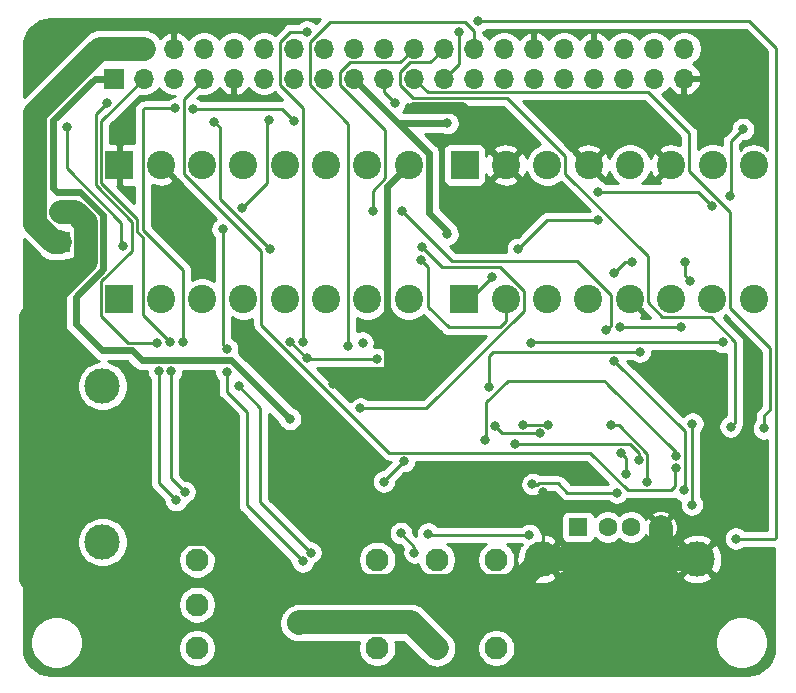
<source format=gbl>
%TF.GenerationSoftware,KiCad,Pcbnew,5.1.6-1.fc31*%
%TF.CreationDate,2020-06-27T23:06:53-07:00*%
%TF.ProjectId,rpi_7seg_alarm_clock,7270695f-3773-4656-975f-616c61726d5f,rev?*%
%TF.SameCoordinates,Original*%
%TF.FileFunction,Copper,L2,Bot*%
%TF.FilePolarity,Positive*%
%FSLAX46Y46*%
G04 Gerber Fmt 4.6, Leading zero omitted, Abs format (unit mm)*
G04 Created by KiCad (PCBNEW 5.1.6-1.fc31) date 2020-06-27 23:06:53*
%MOMM*%
%LPD*%
G01*
G04 APERTURE LIST*
%TA.AperFunction,ComponentPad*%
%ADD10R,2.400000X2.400000*%
%TD*%
%TA.AperFunction,ComponentPad*%
%ADD11C,2.400000*%
%TD*%
%TA.AperFunction,ComponentPad*%
%ADD12C,3.000000*%
%TD*%
%TA.AperFunction,ComponentPad*%
%ADD13R,1.600000X1.500000*%
%TD*%
%TA.AperFunction,ComponentPad*%
%ADD14C,1.600000*%
%TD*%
%TA.AperFunction,ComponentPad*%
%ADD15O,1.700000X1.700000*%
%TD*%
%TA.AperFunction,ComponentPad*%
%ADD16R,1.700000X1.700000*%
%TD*%
%TA.AperFunction,ComponentPad*%
%ADD17C,1.950000*%
%TD*%
%TA.AperFunction,ViaPad*%
%ADD18C,0.800000*%
%TD*%
%TA.AperFunction,ViaPad*%
%ADD19C,1.000000*%
%TD*%
%TA.AperFunction,ViaPad*%
%ADD20C,2.000000*%
%TD*%
%TA.AperFunction,Conductor*%
%ADD21C,0.400000*%
%TD*%
%TA.AperFunction,Conductor*%
%ADD22C,2.000000*%
%TD*%
%TA.AperFunction,Conductor*%
%ADD23C,0.600000*%
%TD*%
%TA.AperFunction,Conductor*%
%ADD24C,1.000000*%
%TD*%
%TA.AperFunction,Conductor*%
%ADD25C,0.250000*%
%TD*%
%TA.AperFunction,Conductor*%
%ADD26C,0.254000*%
%TD*%
G04 APERTURE END LIST*
D10*
%TO.P,J7,1*%
%TO.N,SW0_B*%
X90070000Y-69320000D03*
D11*
%TO.P,J7,2*%
X93570000Y-69320000D03*
%TO.P,J7,3*%
X97070000Y-69320000D03*
%TO.P,J7,4*%
X100570000Y-69320000D03*
%TO.P,J7,5*%
X104070000Y-69320000D03*
%TO.P,J7,6*%
X107570000Y-69320000D03*
%TO.P,J7,7*%
X111070000Y-69320000D03*
%TO.P,J7,8*%
X114570000Y-69320000D03*
%TD*%
D10*
%TO.P,J4,1*%
%TO.N,DISP_CLK_OUT*%
X119285000Y-80680000D03*
D11*
%TO.P,J4,2*%
%TO.N,DISP_SER_OUT*%
X122785000Y-80680000D03*
%TO.P,J4,3*%
%TO.N,Net-(J4-Pad3)*%
X126285000Y-80680000D03*
%TO.P,J4,4*%
%TO.N,Net-(J4-Pad4)*%
X129785000Y-80680000D03*
%TO.P,J4,5*%
%TO.N,SW0_B*%
X133285000Y-80680000D03*
%TO.P,J4,6*%
%TO.N,SW5_A*%
X136785000Y-80680000D03*
%TO.P,J4,7*%
%TO.N,SW0_B*%
X140285000Y-80680000D03*
%TO.P,J4,8*%
%TO.N,SW4_A*%
X143785000Y-80680000D03*
%TD*%
D10*
%TO.P,J5,1*%
%TO.N,+5V*%
X90075000Y-80670000D03*
D11*
%TO.P,J5,2*%
X93575000Y-80670000D03*
%TO.P,J5,3*%
X97075000Y-80670000D03*
%TO.P,J5,4*%
X100575000Y-80670000D03*
%TO.P,J5,5*%
X104075000Y-80670000D03*
%TO.P,J5,6*%
X107575000Y-80670000D03*
%TO.P,J5,7*%
X111075000Y-80670000D03*
%TO.P,J5,8*%
X114575000Y-80670000D03*
%TD*%
D10*
%TO.P,J6,1*%
%TO.N,SW0_A*%
X119300000Y-69320000D03*
D11*
%TO.P,J6,2*%
%TO.N,SW0_B*%
X122800000Y-69320000D03*
%TO.P,J6,3*%
%TO.N,SW1_A*%
X126300000Y-69320000D03*
%TO.P,J6,4*%
%TO.N,SW0_B*%
X129800000Y-69320000D03*
%TO.P,J6,5*%
%TO.N,SW2_A*%
X133300000Y-69320000D03*
%TO.P,J6,6*%
%TO.N,SW0_B*%
X136800000Y-69320000D03*
%TO.P,J6,7*%
%TO.N,SW3_A*%
X140300000Y-69320000D03*
%TO.P,J6,8*%
%TO.N,SW0_B*%
X143800000Y-69320000D03*
%TD*%
D12*
%TO.P,BT1,1*%
%TO.N,Net-(BT1-Pad1)*%
X88646000Y-88040000D03*
X88646000Y-101240000D03*
%TD*%
%TO.P,J1,5*%
%TO.N,SW0_B*%
X125840000Y-102680000D03*
X138980000Y-102680000D03*
D13*
%TO.P,J1,1*%
%TO.N,Net-(J1-Pad1)*%
X128910000Y-99970000D03*
D14*
%TO.P,J1,2*%
%TO.N,Net-(J1-Pad2)*%
X131410000Y-99970000D03*
%TO.P,J1,3*%
X133410000Y-99970000D03*
%TO.P,J1,4*%
%TO.N,SW0_B*%
X135910000Y-99970000D03*
%TD*%
D15*
%TO.P,J2,40*%
%TO.N,GPIO21*%
X137880000Y-59460000D03*
%TO.P,J2,39*%
%TO.N,SW0_B*%
X137880000Y-62000000D03*
%TO.P,J2,38*%
%TO.N,GPIO20*%
X135340000Y-59460000D03*
%TO.P,J2,37*%
%TO.N,GPIO26*%
X135340000Y-62000000D03*
%TO.P,J2,36*%
%TO.N,GPIO16*%
X132800000Y-59460000D03*
%TO.P,J2,35*%
%TO.N,GPIO19*%
X132800000Y-62000000D03*
%TO.P,J2,34*%
%TO.N,SW0_B*%
X130260000Y-59460000D03*
%TO.P,J2,33*%
%TO.N,GPIO13*%
X130260000Y-62000000D03*
%TO.P,J2,32*%
%TO.N,GPIO12*%
X127720000Y-59460000D03*
%TO.P,J2,31*%
%TO.N,GPIO6*%
X127720000Y-62000000D03*
%TO.P,J2,30*%
%TO.N,SW0_B*%
X125180000Y-59460000D03*
%TO.P,J2,29*%
%TO.N,GPIO5*%
X125180000Y-62000000D03*
%TO.P,J2,28*%
%TO.N,GPIO1*%
X122640000Y-59460000D03*
%TO.P,J2,27*%
%TO.N,GPIO0*%
X122640000Y-62000000D03*
%TO.P,J2,26*%
%TO.N,GPIO7*%
X120100000Y-59460000D03*
%TO.P,J2,25*%
%TO.N,SW0_B*%
X120100000Y-62000000D03*
%TO.P,J2,24*%
%TO.N,GPIO8*%
X117560000Y-59460000D03*
%TO.P,J2,23*%
%TO.N,GPIO11*%
X117560000Y-62000000D03*
%TO.P,J2,22*%
%TO.N,BTNS_SHLD*%
X115020000Y-59460000D03*
%TO.P,J2,21*%
%TO.N,BTNS_SER*%
X115020000Y-62000000D03*
%TO.P,J2,20*%
%TO.N,SW0_B*%
X112480000Y-59460000D03*
%TO.P,J2,19*%
%TO.N,DISP_SER*%
X112480000Y-62000000D03*
%TO.P,J2,18*%
%TO.N,GPIO24*%
X109940000Y-59460000D03*
%TO.P,J2,17*%
%TO.N,+3V3*%
X109940000Y-62000000D03*
%TO.P,J2,16*%
%TO.N,GPIO23*%
X107400000Y-59460000D03*
%TO.P,J2,15*%
%TO.N,GPIO22*%
X107400000Y-62000000D03*
%TO.P,J2,14*%
%TO.N,SW0_B*%
X104860000Y-59460000D03*
%TO.P,J2,13*%
%TO.N,GPIO27*%
X104860000Y-62000000D03*
%TO.P,J2,12*%
%TO.N,GPIO18*%
X102320000Y-59460000D03*
%TO.P,J2,11*%
%TO.N,GPIO17*%
X102320000Y-62000000D03*
%TO.P,J2,10*%
%TO.N,GPIO15*%
X99780000Y-59460000D03*
%TO.P,J2,9*%
%TO.N,SW0_B*%
X99780000Y-62000000D03*
%TO.P,J2,8*%
%TO.N,GPIO14*%
X97240000Y-59460000D03*
%TO.P,J2,7*%
%TO.N,BTN_INT*%
X97240000Y-62000000D03*
%TO.P,J2,6*%
%TO.N,SW0_B*%
X94700000Y-59460000D03*
%TO.P,J2,5*%
%TO.N,GPIO3*%
X94700000Y-62000000D03*
%TO.P,J2,4*%
%TO.N,+5V*%
X92160000Y-59460000D03*
%TO.P,J2,3*%
%TO.N,GPIO2*%
X92160000Y-62000000D03*
%TO.P,J2,2*%
%TO.N,+5V*%
X89620000Y-59460000D03*
D16*
%TO.P,J2,1*%
%TO.N,+3V3*%
X89620000Y-62000000D03*
%TD*%
%TO.P,J3,1*%
%TO.N,+5V*%
X85025000Y-75840000D03*
D15*
%TO.P,J3,2*%
%TO.N,SW0_B*%
X85025000Y-73300000D03*
%TD*%
D17*
%TO.P,K1,12*%
%TO.N,Net-(K1-Pad12)*%
X111910000Y-110230000D03*
%TO.P,K1,2*%
X111910000Y-102730000D03*
%TO.P,K1,1*%
%TO.N,+5V*%
X116950000Y-102730000D03*
%TO.P,K1,11*%
X116950000Y-110230000D03*
%TO.P,K1,14*%
%TO.N,Net-(J1-Pad1)*%
X121990000Y-110230000D03*
%TO.P,K1,4*%
X121990000Y-102730000D03*
%TO.P,K1,A2*%
%TO.N,Net-(K1-PadA2)*%
X96650000Y-102730000D03*
%TO.P,K1,A1*%
%TO.N,Net-(K1-PadA1)*%
X96650000Y-110230000D03*
%TO.P,K1,A3*%
%TO.N,+3V3*%
X96650000Y-106540000D03*
%TD*%
D18*
%TO.N,SW0_B*%
X108204000Y-87884000D03*
X118110000Y-86614000D03*
X87800000Y-105540001D03*
D19*
X119380000Y-64770000D03*
X115062000Y-64516000D03*
D18*
X125950000Y-97000000D03*
%TO.N,Net-(C1-Pad1)*%
X134150000Y-85125000D03*
X121350000Y-88150000D03*
%TO.N,+3V3*%
X104505000Y-90821000D03*
X117856000Y-75184000D03*
X117856000Y-65786000D03*
X138600000Y-91225000D03*
X138550000Y-98075000D03*
%TO.N,Net-(C3-Pad1)*%
X141175000Y-84325000D03*
X124911269Y-84363425D03*
%TO.N,Net-(C4-Pad1)*%
X137950000Y-77546851D03*
X138425000Y-79146851D03*
X137600000Y-83000000D03*
X132485000Y-83000000D03*
%TO.N,Net-(C5-Pad1)*%
X133500000Y-77546851D03*
X131976463Y-78473537D03*
%TO.N,GPIO7*%
X109475000Y-84650000D03*
%TO.N,GPIO8*%
X141827835Y-91477835D03*
%TO.N,GPIO11*%
X124783719Y-100629653D03*
X116225000Y-100529990D03*
X142275000Y-100950000D03*
X120425000Y-57150000D03*
X118800000Y-58100000D03*
%TO.N,BTNS_SHLD*%
X137875000Y-96875000D03*
X131975000Y-85875000D03*
X131275000Y-83325000D03*
X114000000Y-73225000D03*
X111525000Y-73200000D03*
%TO.N,BTNS_SER*%
X144650000Y-91625000D03*
%TO.N,DISP_SER*%
X112475000Y-96125000D03*
X114175000Y-94400001D03*
X110675000Y-84350000D03*
X111875001Y-85750000D03*
X105923652Y-85651348D03*
X104561152Y-84288848D03*
X95475000Y-84270000D03*
X113375000Y-64050001D03*
X104862653Y-65562653D03*
X96275000Y-64575000D03*
X94819999Y-64525000D03*
%TO.N,GPIO23*%
X100225000Y-88075000D03*
X106275486Y-102129990D03*
X105650000Y-84270000D03*
X105950000Y-58025000D03*
%TO.N,GPIO22*%
X105600000Y-102875000D03*
X99150000Y-86850000D03*
X99200000Y-84900000D03*
X98825000Y-74750000D03*
X100450000Y-72975000D03*
X102750000Y-65500000D03*
%TO.N,BTN_INT*%
X137225000Y-94974990D03*
%TO.N,GPIO3*%
X94878612Y-97692533D03*
X93450263Y-86752000D03*
X93275000Y-84350000D03*
X89042347Y-64092347D03*
%TO.N,+5V*%
X82974999Y-64902920D03*
D20*
X105249501Y-108110499D03*
D18*
%TO.N,GPIO2*%
X95600000Y-97000000D03*
X94450000Y-86775000D03*
X94350000Y-84300000D03*
%TO.N,DISP_CLK_OUT*%
X142875000Y-66275000D03*
X141750000Y-71975000D03*
X140250000Y-72770369D03*
X130600000Y-71621116D03*
X130600000Y-74000000D03*
X123825000Y-76425000D03*
X121625000Y-78825000D03*
%TO.N,DISP_SER_OUT*%
X98125000Y-65675000D03*
X102801998Y-76400000D03*
X115575000Y-77350000D03*
%TO.N,Net-(Q1-Pad2)*%
X85600000Y-66125000D03*
X90400000Y-76150000D03*
X115700000Y-76250000D03*
X110475000Y-89925000D03*
%TO.N,Net-(Q2-Pad2)*%
X115050000Y-102129990D03*
X113900000Y-100500000D03*
%TO.N,Net-(U1-Pad2)*%
X121075000Y-92575000D03*
X137225000Y-93950000D03*
%TO.N,Net-(U1-Pad4)*%
X123550000Y-92950000D03*
X134060858Y-94335858D03*
%TO.N,Net-(U1-Pad6)*%
X125050000Y-96350000D03*
X132200000Y-97050000D03*
%TO.N,Net-(U1-Pad10)*%
X124287347Y-91300000D03*
X126407795Y-91300000D03*
X131675000Y-91350000D03*
X134775000Y-96150000D03*
%TO.N,Net-(U1-Pad12)*%
X121880010Y-91425000D03*
X125675000Y-92025000D03*
X133000000Y-95475000D03*
X132575000Y-93675000D03*
%TD*%
D21*
%TO.N,SW0_B*%
X108204000Y-87884000D02*
X109474000Y-86614000D01*
D22*
X87800000Y-105200000D02*
X83367761Y-105200000D01*
X86345002Y-73300000D02*
X85175009Y-73300000D01*
X83367761Y-105200000D02*
X82575000Y-104407239D01*
X97694001Y-100554999D02*
X95520001Y-100554999D01*
X82575000Y-82150002D02*
X87225010Y-77499992D01*
X87225010Y-74180008D02*
X86345002Y-73300000D01*
X87225010Y-77499992D02*
X87225010Y-74180008D01*
X82575000Y-104407239D02*
X82575000Y-82150002D01*
X90875000Y-105200000D02*
X87800000Y-105200000D01*
X95520001Y-100554999D02*
X90875000Y-105200000D01*
X123584501Y-104935499D02*
X125840000Y-102680000D01*
X102074501Y-104935499D02*
X123584501Y-104935499D01*
X102074501Y-104935499D02*
X97694001Y-100554999D01*
X135910000Y-102342000D02*
X135572000Y-102680000D01*
X135910000Y-99970000D02*
X135910000Y-102342000D01*
X125840000Y-102680000D02*
X135572000Y-102680000D01*
X135572000Y-102680000D02*
X138980000Y-102680000D01*
D23*
X112775001Y-86613001D02*
X112776000Y-86614000D01*
X112775001Y-71114999D02*
X112775001Y-86613001D01*
X114570000Y-69320000D02*
X112775001Y-71114999D01*
D21*
X109474000Y-86614000D02*
X112776000Y-86614000D01*
X112776000Y-86614000D02*
X118110000Y-86614000D01*
D24*
X119380000Y-64770000D02*
X119126000Y-64516000D01*
X119126000Y-64516000D02*
X115062000Y-64516000D01*
D23*
X119380000Y-65900000D02*
X122800000Y-69320000D01*
X119380000Y-64770000D02*
X119380000Y-65900000D01*
D25*
X125950000Y-102570000D02*
X125840000Y-102680000D01*
X125950000Y-97000000D02*
X125950000Y-102570000D01*
%TO.N,Net-(C1-Pad1)*%
X134150000Y-85125000D02*
X121700000Y-85125000D01*
X121350000Y-85475000D02*
X121700000Y-85125000D01*
X121350000Y-88150000D02*
X121350000Y-85475000D01*
D23*
%TO.N,+3V3*%
X116270001Y-68330001D02*
X116270001Y-73344001D01*
X116270001Y-73344001D02*
X117856000Y-74930000D01*
X117856000Y-74930000D02*
X117856000Y-75184000D01*
X113792000Y-65786000D02*
X113759000Y-65819000D01*
X117856000Y-65786000D02*
X113792000Y-65786000D01*
X109940000Y-62000000D02*
X113759000Y-65819000D01*
X113759000Y-65819000D02*
X116270001Y-68330001D01*
D25*
X138600000Y-91225000D02*
X138600000Y-98025000D01*
X138600000Y-98025000D02*
X138550000Y-98075000D01*
D23*
X99536000Y-85852000D02*
X104505000Y-90821000D01*
X91956998Y-85852000D02*
X99536000Y-85852000D01*
X91127499Y-85022501D02*
X91956998Y-85852000D01*
X86375000Y-80471336D02*
X86375000Y-82750000D01*
X86375000Y-82750000D02*
X88647501Y-85022501D01*
X84475000Y-71300000D02*
X84775000Y-71600000D01*
X84475000Y-65524253D02*
X84475000Y-71300000D01*
X84775000Y-71600000D02*
X86766336Y-71600000D01*
X88725019Y-78121317D02*
X86375000Y-80471336D01*
X87999253Y-62000000D02*
X84475000Y-65524253D01*
X89620000Y-62000000D02*
X87999253Y-62000000D01*
X86766336Y-71600000D02*
X88725020Y-73558684D01*
X88725020Y-73558684D02*
X88725019Y-78121317D01*
X88647501Y-85022501D02*
X91127499Y-85022501D01*
D25*
%TO.N,Net-(C3-Pad1)*%
X141175000Y-84325000D02*
X124949694Y-84325000D01*
X124949694Y-84325000D02*
X124911269Y-84363425D01*
%TO.N,Net-(C4-Pad1)*%
X137950000Y-77546851D02*
X137950000Y-78671851D01*
X137950000Y-78671851D02*
X138425000Y-79146851D01*
X137600000Y-83000000D02*
X132485000Y-83000000D01*
%TO.N,Net-(C5-Pad1)*%
X133500000Y-77546851D02*
X132903149Y-77546851D01*
X132903149Y-77546851D02*
X131976463Y-78473537D01*
%TO.N,GPIO7*%
X106224999Y-58895999D02*
X106835999Y-58284999D01*
X106224999Y-62564001D02*
X106224999Y-58895999D01*
X109475000Y-65814002D02*
X106224999Y-62564001D01*
X109475000Y-84650000D02*
X109475000Y-65814002D01*
X106835999Y-58284999D02*
X106840001Y-58284999D01*
X106840001Y-58284999D02*
X107900000Y-57225000D01*
X107900000Y-57225000D02*
X119375000Y-57225000D01*
X120100000Y-57950000D02*
X120100000Y-59460000D01*
X119375000Y-57225000D02*
X120100000Y-57950000D01*
%TO.N,GPIO8*%
X116384999Y-60635001D02*
X117560000Y-59460000D01*
X113844999Y-62564001D02*
X113844999Y-61435999D01*
X114906009Y-63625011D02*
X113844999Y-62564001D01*
X122862013Y-63625011D02*
X114906009Y-63625011D01*
X127825001Y-70050001D02*
X127825001Y-68587999D01*
X134810001Y-77035001D02*
X127825001Y-70050001D01*
X134810001Y-80962003D02*
X134810001Y-77035001D01*
X127825001Y-68587999D02*
X122862013Y-63625011D01*
X136052999Y-82205001D02*
X134810001Y-80962003D01*
X114645997Y-60635001D02*
X116384999Y-60635001D01*
X140128003Y-82205001D02*
X136052999Y-82205001D01*
X142227834Y-84304832D02*
X140128003Y-82205001D01*
X113844999Y-61435999D02*
X114645997Y-60635001D01*
X142227834Y-91077836D02*
X142227834Y-84304832D01*
X141827835Y-91477835D02*
X142227834Y-91077836D01*
%TO.N,GPIO11*%
X124783719Y-100629653D02*
X116324663Y-100629653D01*
X116324663Y-100629653D02*
X116225000Y-100529990D01*
X142275000Y-100950000D02*
X145550000Y-100950000D01*
X145650010Y-100849990D02*
X145650010Y-59375010D01*
X145550000Y-100950000D02*
X145650010Y-100849990D01*
X145650010Y-59375010D02*
X143425000Y-57150000D01*
X143425000Y-57150000D02*
X120425000Y-57150000D01*
X118800000Y-60760000D02*
X117560000Y-62000000D01*
X118800000Y-58100000D02*
X118800000Y-60760000D01*
%TO.N,BTNS_SHLD*%
X137950001Y-91850001D02*
X131975000Y-85875000D01*
X137875000Y-96875000D02*
X137950001Y-96799999D01*
X137950001Y-96799999D02*
X137950001Y-91850001D01*
X131674999Y-80312997D02*
X128812002Y-77450000D01*
X131275000Y-83325000D02*
X131674999Y-82925001D01*
X131674999Y-82925001D02*
X131674999Y-80312997D01*
X128812002Y-77450000D02*
X118225000Y-77450000D01*
X118225000Y-77450000D02*
X114000000Y-73225000D01*
X109565997Y-60635001D02*
X113844999Y-60635001D01*
X108764999Y-61435999D02*
X109565997Y-60635001D01*
X108764999Y-62564001D02*
X108764999Y-61435999D01*
X112595001Y-66394003D02*
X108764999Y-62564001D01*
X113844999Y-60635001D02*
X115020000Y-59460000D01*
X111525000Y-71481104D02*
X112595001Y-70411103D01*
X112595001Y-70411103D02*
X112595001Y-66394003D01*
X111525000Y-73200000D02*
X111525000Y-71481104D01*
%TO.N,BTNS_SER*%
X138325001Y-69800001D02*
X138325001Y-66650001D01*
X141810001Y-81412001D02*
X141810001Y-73285001D01*
X141810001Y-73285001D02*
X138325001Y-69800001D01*
X145200000Y-84802000D02*
X141810001Y-81412001D01*
X116195001Y-63175001D02*
X115020000Y-62000000D01*
X134850001Y-63175001D02*
X116195001Y-63175001D01*
X138325001Y-66650001D02*
X134850001Y-63175001D01*
X144650000Y-91625000D02*
X144650000Y-90550000D01*
X145200000Y-90000000D02*
X145200000Y-89950000D01*
X144650000Y-90550000D02*
X145200000Y-90000000D01*
X145200000Y-89950000D02*
X145200000Y-84802000D01*
%TO.N,DISP_SER*%
X112475000Y-96125000D02*
X112475000Y-96100001D01*
X112475000Y-96100001D02*
X114175000Y-94400001D01*
X111875001Y-85750000D02*
X106022304Y-85750000D01*
X106022304Y-85750000D02*
X105923652Y-85651348D01*
X105923652Y-85651348D02*
X104561152Y-84288848D01*
X112480000Y-62000000D02*
X112480000Y-63155001D01*
X112480000Y-63155001D02*
X113375000Y-64050001D01*
X104862653Y-65562653D02*
X103875000Y-64575000D01*
X103875000Y-64575000D02*
X96275000Y-64575000D01*
X92200000Y-64525000D02*
X94819999Y-64525000D01*
X92044999Y-64680001D02*
X92200000Y-64525000D01*
X92044999Y-74794999D02*
X92044999Y-64680001D01*
X95475000Y-84270000D02*
X95475000Y-78225000D01*
X95475000Y-78225000D02*
X92044999Y-74794999D01*
%TO.N,GPIO23*%
X102025000Y-97879504D02*
X102025000Y-89875000D01*
X102025000Y-89875000D02*
X100225000Y-88075000D01*
X106275486Y-102129990D02*
X102025000Y-97879504D01*
X105650000Y-64529002D02*
X103684999Y-62564001D01*
X105650000Y-84270000D02*
X105650000Y-64529002D01*
X103684999Y-62564001D02*
X103684999Y-58895999D01*
X103684999Y-58895999D02*
X104555998Y-58025000D01*
X104555998Y-58025000D02*
X105950000Y-58025000D01*
%TO.N,GPIO22*%
X99200000Y-84900000D02*
X98825000Y-84525000D01*
X98825000Y-84525000D02*
X98825000Y-74750000D01*
X102544999Y-65705001D02*
X102750000Y-65500000D01*
X100450000Y-72975000D02*
X102544999Y-70880001D01*
X102544999Y-70880001D02*
X102544999Y-65705001D01*
X100850000Y-98125000D02*
X105600000Y-102875000D01*
X100850000Y-90200000D02*
X100850000Y-98125000D01*
X99150000Y-88500000D02*
X100850000Y-90200000D01*
X99150000Y-86850000D02*
X99150000Y-88500000D01*
%TO.N,BTN_INT*%
X137225000Y-94974990D02*
X137149999Y-95049991D01*
X137149999Y-95049991D02*
X137149999Y-96525001D01*
X95544999Y-63695001D02*
X97240000Y-62000000D01*
X102100001Y-76607003D02*
X95544999Y-70052001D01*
X102100001Y-82853003D02*
X102100001Y-76607003D01*
X112921999Y-93675001D02*
X102100001Y-82853003D01*
X129898003Y-93675001D02*
X112921999Y-93675001D01*
X95544999Y-70052001D02*
X95544999Y-63695001D01*
X133098003Y-96875001D02*
X129898003Y-93675001D01*
X136799999Y-96875001D02*
X133098003Y-96875001D01*
X137149999Y-96525001D02*
X136799999Y-96875001D01*
%TO.N,GPIO3*%
X94878612Y-97692533D02*
X93450263Y-96264184D01*
X93450263Y-96264184D02*
X93450263Y-86752000D01*
X88549999Y-79180233D02*
X91144980Y-76585252D01*
X88549999Y-82130001D02*
X88549999Y-79180233D01*
X93275000Y-84350000D02*
X90769998Y-84350000D01*
X90769998Y-84350000D02*
X88549999Y-82130001D01*
X88094989Y-65039705D02*
X89042347Y-64092347D01*
X88094989Y-71056399D02*
X88094989Y-65039705D01*
X91144980Y-76585252D02*
X91144980Y-74106390D01*
X91144980Y-74106390D02*
X88094989Y-71056399D01*
D22*
%TO.N,+5V*%
X92160000Y-59460000D02*
X89620000Y-59460000D01*
X84530998Y-75840000D02*
X85025000Y-75840000D01*
X82974999Y-74284001D02*
X84530998Y-75840000D01*
X82974999Y-64902920D02*
X82974999Y-74284001D01*
X88417919Y-59460000D02*
X82974999Y-64902920D01*
X89620000Y-59460000D02*
X88417919Y-59460000D01*
X116950000Y-110230000D02*
X114774999Y-108054999D01*
X105305001Y-108054999D02*
X105249501Y-108110499D01*
X114774999Y-108054999D02*
X105305001Y-108054999D01*
D25*
%TO.N,GPIO2*%
X95600000Y-97000000D02*
X94450000Y-95850000D01*
X94450000Y-95850000D02*
X94450000Y-86775000D01*
X92049999Y-75436409D02*
X91594990Y-74981400D01*
X94350000Y-84300000D02*
X92049999Y-81999999D01*
X92049999Y-81999999D02*
X92049999Y-75436409D01*
X91594990Y-74981400D02*
X91594990Y-73919990D01*
X88544999Y-65615001D02*
X92160000Y-62000000D01*
X88544999Y-70869999D02*
X88544999Y-65615001D01*
X91594990Y-73919990D02*
X88544999Y-70869999D01*
%TO.N,DISP_CLK_OUT*%
X142875000Y-66275000D02*
X141825001Y-67324999D01*
X141825001Y-71899999D02*
X141750000Y-71975000D01*
X141825001Y-67324999D02*
X141825001Y-71899999D01*
X140250000Y-72770369D02*
X139100747Y-71621116D01*
X139100747Y-71621116D02*
X130600000Y-71621116D01*
X130600000Y-74000000D02*
X126250000Y-74000000D01*
X126250000Y-74000000D02*
X123825000Y-76425000D01*
X119770000Y-80680000D02*
X119285000Y-80680000D01*
X121625000Y-78825000D02*
X119770000Y-80680000D01*
%TO.N,DISP_SER_OUT*%
X98125000Y-65675000D02*
X98595001Y-66145001D01*
X98595001Y-66145001D02*
X98595001Y-72065001D01*
X98595001Y-72193003D02*
X102801998Y-76400000D01*
X98595001Y-72065001D02*
X98595001Y-72193003D01*
X102801998Y-76400000D02*
X102950000Y-76400000D01*
X115575000Y-77350000D02*
X116200000Y-77975000D01*
X116200000Y-77975000D02*
X116200000Y-81325000D01*
X116200000Y-81325000D02*
X117950000Y-83075000D01*
X117950000Y-83075000D02*
X122275000Y-83075000D01*
X122785000Y-82565000D02*
X122785000Y-80680000D01*
X122275000Y-83075000D02*
X122785000Y-82565000D01*
%TO.N,Net-(Q1-Pad2)*%
X85600000Y-69549768D02*
X90250000Y-74199768D01*
X85600000Y-66125000D02*
X85600000Y-69549768D01*
X90250000Y-74199768D02*
X90250000Y-75675000D01*
X90250000Y-75675000D02*
X90250000Y-76000000D01*
X90250000Y-76000000D02*
X90400000Y-76150000D01*
X117425000Y-77975000D02*
X118400000Y-77975000D01*
X115700000Y-76250000D02*
X117425000Y-77975000D01*
X122337002Y-77975000D02*
X124310001Y-79947999D01*
X118400000Y-77975000D02*
X122337002Y-77975000D01*
X124310001Y-79947999D02*
X124310001Y-81676409D01*
X124310001Y-81676409D02*
X116061410Y-89925000D01*
X116061410Y-89925000D02*
X110475000Y-89925000D01*
%TO.N,Net-(Q2-Pad2)*%
X115050000Y-102129990D02*
X115050000Y-101650000D01*
X115050000Y-101650000D02*
X113900000Y-100500000D01*
%TO.N,Net-(U1-Pad2)*%
X137175000Y-93950000D02*
X137225000Y-93950000D01*
X121075000Y-92575000D02*
X121155009Y-92494991D01*
X131150000Y-87600000D02*
X131350000Y-87800000D01*
X131350000Y-87825000D02*
X137175000Y-93650000D01*
X121155009Y-92494991D02*
X121155009Y-89394991D01*
X121155009Y-89394991D02*
X122950000Y-87600000D01*
X131350000Y-87800000D02*
X131350000Y-87825000D01*
X137175000Y-93650000D02*
X137175000Y-93950000D01*
X122950000Y-87600000D02*
X131150000Y-87600000D01*
%TO.N,Net-(U1-Pad4)*%
X123550000Y-92950000D02*
X133300000Y-92950000D01*
X133300000Y-92950000D02*
X134060858Y-93710858D01*
X134060858Y-93710858D02*
X134060858Y-94335858D01*
%TO.N,Net-(U1-Pad6)*%
X125601999Y-96274999D02*
X127224999Y-96274999D01*
X125476998Y-96400000D02*
X125601999Y-96274999D01*
X125050000Y-96350000D02*
X125100000Y-96400000D01*
X125100000Y-96400000D02*
X125476998Y-96400000D01*
X127224999Y-96274999D02*
X128000000Y-97050000D01*
X128000000Y-97050000D02*
X132200000Y-97050000D01*
%TO.N,Net-(U1-Pad10)*%
X124287347Y-91300000D02*
X126407795Y-91300000D01*
X134785859Y-93799449D02*
X132336410Y-91350000D01*
X134785859Y-94854826D02*
X134785859Y-93799449D01*
X132336410Y-91350000D02*
X131675000Y-91350000D01*
X134785859Y-96139141D02*
X134775000Y-96150000D01*
X134785859Y-94854826D02*
X134785859Y-96139141D01*
%TO.N,Net-(U1-Pad12)*%
X121880010Y-91425000D02*
X122480010Y-92025000D01*
X122480010Y-92025000D02*
X125675000Y-92025000D01*
X133000000Y-95475000D02*
X133000000Y-94100000D01*
X133000000Y-94100000D02*
X132575000Y-93675000D01*
%TD*%
D26*
%TO.N,SW0_B*%
G36*
X87790021Y-73945975D02*
G01*
X87790019Y-77734028D01*
X85746341Y-79777706D01*
X85710656Y-79806992D01*
X85593814Y-79949365D01*
X85506993Y-80111797D01*
X85463111Y-80256457D01*
X85453529Y-80288045D01*
X85435476Y-80471336D01*
X85440000Y-80517268D01*
X85440001Y-82704058D01*
X85435476Y-82750000D01*
X85453529Y-82933291D01*
X85480773Y-83023102D01*
X85506994Y-83109540D01*
X85593815Y-83271972D01*
X85710657Y-83414344D01*
X85746336Y-83443625D01*
X87953871Y-85651160D01*
X87983157Y-85686845D01*
X88125529Y-85803687D01*
X88287961Y-85890508D01*
X88360329Y-85912460D01*
X88375333Y-85917012D01*
X88023244Y-85987047D01*
X87634698Y-86147988D01*
X87285017Y-86381637D01*
X86987637Y-86679017D01*
X86753988Y-87028698D01*
X86593047Y-87417244D01*
X86511000Y-87829721D01*
X86511000Y-88250279D01*
X86593047Y-88662756D01*
X86753988Y-89051302D01*
X86987637Y-89400983D01*
X87285017Y-89698363D01*
X87634698Y-89932012D01*
X88023244Y-90092953D01*
X88435721Y-90175000D01*
X88856279Y-90175000D01*
X89268756Y-90092953D01*
X89657302Y-89932012D01*
X90006983Y-89698363D01*
X90304363Y-89400983D01*
X90538012Y-89051302D01*
X90698953Y-88662756D01*
X90781000Y-88250279D01*
X90781000Y-87829721D01*
X90698953Y-87417244D01*
X90538012Y-87028698D01*
X90304363Y-86679017D01*
X90006983Y-86381637D01*
X89657302Y-86147988D01*
X89268756Y-85987047D01*
X89120219Y-85957501D01*
X90740210Y-85957501D01*
X91263368Y-86480659D01*
X91292654Y-86516344D01*
X91435026Y-86633186D01*
X91597458Y-86720007D01*
X91669826Y-86741959D01*
X91773706Y-86773472D01*
X91956998Y-86791524D01*
X92002933Y-86787000D01*
X92415263Y-86787000D01*
X92415263Y-86853939D01*
X92455037Y-87053898D01*
X92533058Y-87242256D01*
X92646326Y-87411774D01*
X92690264Y-87455712D01*
X92690263Y-96226862D01*
X92686587Y-96264184D01*
X92690263Y-96301506D01*
X92690263Y-96301516D01*
X92701260Y-96413169D01*
X92739429Y-96538997D01*
X92744717Y-96556430D01*
X92815289Y-96688460D01*
X92846109Y-96726014D01*
X92910262Y-96804185D01*
X92939266Y-96827988D01*
X93843612Y-97732335D01*
X93843612Y-97794472D01*
X93883386Y-97994431D01*
X93961407Y-98182789D01*
X94074675Y-98352307D01*
X94218838Y-98496470D01*
X94388356Y-98609738D01*
X94576714Y-98687759D01*
X94776673Y-98727533D01*
X94980551Y-98727533D01*
X95180510Y-98687759D01*
X95368868Y-98609738D01*
X95538386Y-98496470D01*
X95682549Y-98352307D01*
X95795817Y-98182789D01*
X95870960Y-98001380D01*
X95901898Y-97995226D01*
X96090256Y-97917205D01*
X96259774Y-97803937D01*
X96403937Y-97659774D01*
X96517205Y-97490256D01*
X96595226Y-97301898D01*
X96635000Y-97101939D01*
X96635000Y-96898061D01*
X96595226Y-96698102D01*
X96517205Y-96509744D01*
X96403937Y-96340226D01*
X96259774Y-96196063D01*
X96090256Y-96082795D01*
X95901898Y-96004774D01*
X95701939Y-95965000D01*
X95639802Y-95965000D01*
X95210000Y-95535199D01*
X95210000Y-87478711D01*
X95253937Y-87434774D01*
X95367205Y-87265256D01*
X95445226Y-87076898D01*
X95485000Y-86876939D01*
X95485000Y-86787000D01*
X98115000Y-86787000D01*
X98115000Y-86951939D01*
X98154774Y-87151898D01*
X98232795Y-87340256D01*
X98346063Y-87509774D01*
X98390000Y-87553711D01*
X98390001Y-88462668D01*
X98386324Y-88500000D01*
X98390001Y-88537333D01*
X98399258Y-88631314D01*
X98400998Y-88648985D01*
X98444454Y-88792246D01*
X98515026Y-88924276D01*
X98553138Y-88970715D01*
X98610000Y-89040001D01*
X98638998Y-89063799D01*
X100090000Y-90514802D01*
X100090001Y-98087668D01*
X100086324Y-98125000D01*
X100090001Y-98162333D01*
X100100998Y-98273986D01*
X100110036Y-98303780D01*
X100144454Y-98417246D01*
X100215026Y-98549276D01*
X100266855Y-98612429D01*
X100310000Y-98665001D01*
X100338998Y-98688799D01*
X104565000Y-102914803D01*
X104565000Y-102976939D01*
X104604774Y-103176898D01*
X104682795Y-103365256D01*
X104796063Y-103534774D01*
X104940226Y-103678937D01*
X105109744Y-103792205D01*
X105298102Y-103870226D01*
X105498061Y-103910000D01*
X105701939Y-103910000D01*
X105901898Y-103870226D01*
X106090256Y-103792205D01*
X106259774Y-103678937D01*
X106403937Y-103534774D01*
X106517205Y-103365256D01*
X106595226Y-103176898D01*
X106608031Y-103112521D01*
X106765742Y-103047195D01*
X106935260Y-102933927D01*
X107079423Y-102789764D01*
X107192691Y-102620246D01*
X107212911Y-102571429D01*
X110300000Y-102571429D01*
X110300000Y-102888571D01*
X110361871Y-103199620D01*
X110483237Y-103492621D01*
X110659431Y-103756315D01*
X110883685Y-103980569D01*
X111147379Y-104156763D01*
X111440380Y-104278129D01*
X111751429Y-104340000D01*
X112068571Y-104340000D01*
X112379620Y-104278129D01*
X112672621Y-104156763D01*
X112936315Y-103980569D01*
X113160569Y-103756315D01*
X113336763Y-103492621D01*
X113458129Y-103199620D01*
X113520000Y-102888571D01*
X113520000Y-102571429D01*
X113458129Y-102260380D01*
X113336763Y-101967379D01*
X113160569Y-101703685D01*
X112936315Y-101479431D01*
X112672621Y-101303237D01*
X112379620Y-101181871D01*
X112068571Y-101120000D01*
X111751429Y-101120000D01*
X111440380Y-101181871D01*
X111147379Y-101303237D01*
X110883685Y-101479431D01*
X110659431Y-101703685D01*
X110483237Y-101967379D01*
X110361871Y-102260380D01*
X110300000Y-102571429D01*
X107212911Y-102571429D01*
X107270712Y-102431888D01*
X107310486Y-102231929D01*
X107310486Y-102028051D01*
X107270712Y-101828092D01*
X107192691Y-101639734D01*
X107079423Y-101470216D01*
X106935260Y-101326053D01*
X106765742Y-101212785D01*
X106577384Y-101134764D01*
X106377425Y-101094990D01*
X106315288Y-101094990D01*
X105618359Y-100398061D01*
X112865000Y-100398061D01*
X112865000Y-100601939D01*
X112904774Y-100801898D01*
X112982795Y-100990256D01*
X113096063Y-101159774D01*
X113240226Y-101303937D01*
X113409744Y-101417205D01*
X113598102Y-101495226D01*
X113798061Y-101535000D01*
X113860199Y-101535000D01*
X114083629Y-101758431D01*
X114054774Y-101828092D01*
X114015000Y-102028051D01*
X114015000Y-102231929D01*
X114054774Y-102431888D01*
X114132795Y-102620246D01*
X114246063Y-102789764D01*
X114390226Y-102933927D01*
X114559744Y-103047195D01*
X114748102Y-103125216D01*
X114948061Y-103164990D01*
X115151939Y-103164990D01*
X115351898Y-103125216D01*
X115384394Y-103111756D01*
X115401871Y-103199620D01*
X115523237Y-103492621D01*
X115699431Y-103756315D01*
X115923685Y-103980569D01*
X116187379Y-104156763D01*
X116480380Y-104278129D01*
X116791429Y-104340000D01*
X117108571Y-104340000D01*
X117419620Y-104278129D01*
X117712621Y-104156763D01*
X117976315Y-103980569D01*
X118200569Y-103756315D01*
X118376763Y-103492621D01*
X118498129Y-103199620D01*
X118560000Y-102888571D01*
X118560000Y-102571429D01*
X118498129Y-102260380D01*
X118376763Y-101967379D01*
X118200569Y-101703685D01*
X117976315Y-101479431D01*
X117841952Y-101389653D01*
X121098048Y-101389653D01*
X120963685Y-101479431D01*
X120739431Y-101703685D01*
X120563237Y-101967379D01*
X120441871Y-102260380D01*
X120380000Y-102571429D01*
X120380000Y-102888571D01*
X120441871Y-103199620D01*
X120563237Y-103492621D01*
X120739431Y-103756315D01*
X120963685Y-103980569D01*
X121227379Y-104156763D01*
X121520380Y-104278129D01*
X121831429Y-104340000D01*
X122148571Y-104340000D01*
X122459620Y-104278129D01*
X122716673Y-104171653D01*
X124527952Y-104171653D01*
X124683962Y-104487214D01*
X125058745Y-104678020D01*
X125463551Y-104792044D01*
X125882824Y-104824902D01*
X126300451Y-104775334D01*
X126700383Y-104645243D01*
X126996038Y-104487214D01*
X127152048Y-104171653D01*
X137667952Y-104171653D01*
X137823962Y-104487214D01*
X138198745Y-104678020D01*
X138603551Y-104792044D01*
X139022824Y-104824902D01*
X139440451Y-104775334D01*
X139840383Y-104645243D01*
X140136038Y-104487214D01*
X140292048Y-104171653D01*
X138980000Y-102859605D01*
X137667952Y-104171653D01*
X127152048Y-104171653D01*
X125840000Y-102859605D01*
X124527952Y-104171653D01*
X122716673Y-104171653D01*
X122752621Y-104156763D01*
X123016315Y-103980569D01*
X123240569Y-103756315D01*
X123416763Y-103492621D01*
X123538129Y-103199620D01*
X123600000Y-102888571D01*
X123600000Y-102571429D01*
X123538129Y-102260380D01*
X123416763Y-101967379D01*
X123240569Y-101703685D01*
X123016315Y-101479431D01*
X122881952Y-101389653D01*
X124080008Y-101389653D01*
X124123945Y-101433590D01*
X124162914Y-101459628D01*
X124032786Y-101523962D01*
X123841980Y-101898745D01*
X123727956Y-102303551D01*
X123695098Y-102722824D01*
X123744666Y-103140451D01*
X123874757Y-103540383D01*
X124032786Y-103836038D01*
X124348347Y-103992048D01*
X125660395Y-102680000D01*
X126019605Y-102680000D01*
X127331653Y-103992048D01*
X127647214Y-103836038D01*
X127838020Y-103461255D01*
X127952044Y-103056449D01*
X127978189Y-102722824D01*
X136835098Y-102722824D01*
X136884666Y-103140451D01*
X137014757Y-103540383D01*
X137172786Y-103836038D01*
X137488347Y-103992048D01*
X138800395Y-102680000D01*
X139159605Y-102680000D01*
X140471653Y-103992048D01*
X140787214Y-103836038D01*
X140978020Y-103461255D01*
X141092044Y-103056449D01*
X141124902Y-102637176D01*
X141075334Y-102219549D01*
X140945243Y-101819617D01*
X140787214Y-101523962D01*
X140471653Y-101367952D01*
X139159605Y-102680000D01*
X138800395Y-102680000D01*
X137488347Y-101367952D01*
X137172786Y-101523962D01*
X136981980Y-101898745D01*
X136867956Y-102303551D01*
X136835098Y-102722824D01*
X127978189Y-102722824D01*
X127984902Y-102637176D01*
X127935334Y-102219549D01*
X127805243Y-101819617D01*
X127647214Y-101523962D01*
X127331653Y-101367952D01*
X126019605Y-102680000D01*
X125660395Y-102680000D01*
X125646253Y-102665858D01*
X125825858Y-102486253D01*
X125840000Y-102500395D01*
X127152048Y-101188347D01*
X126996038Y-100872786D01*
X126621255Y-100681980D01*
X126216449Y-100567956D01*
X125818719Y-100536786D01*
X125818719Y-100527714D01*
X125778945Y-100327755D01*
X125700924Y-100139397D01*
X125587656Y-99969879D01*
X125443493Y-99825716D01*
X125273975Y-99712448D01*
X125085617Y-99634427D01*
X124885658Y-99594653D01*
X124681780Y-99594653D01*
X124481821Y-99634427D01*
X124293463Y-99712448D01*
X124123945Y-99825716D01*
X124080008Y-99869653D01*
X117028374Y-99869653D01*
X116884774Y-99726053D01*
X116715256Y-99612785D01*
X116526898Y-99534764D01*
X116326939Y-99494990D01*
X116123061Y-99494990D01*
X115923102Y-99534764D01*
X115734744Y-99612785D01*
X115565226Y-99726053D01*
X115421063Y-99870216D01*
X115307795Y-100039734D01*
X115229774Y-100228092D01*
X115190000Y-100428051D01*
X115190000Y-100631929D01*
X115210676Y-100735874D01*
X114935000Y-100460199D01*
X114935000Y-100398061D01*
X114895226Y-100198102D01*
X114817205Y-100009744D01*
X114703937Y-99840226D01*
X114559774Y-99696063D01*
X114390256Y-99582795D01*
X114201898Y-99504774D01*
X114001939Y-99465000D01*
X113798061Y-99465000D01*
X113598102Y-99504774D01*
X113409744Y-99582795D01*
X113240226Y-99696063D01*
X113096063Y-99840226D01*
X112982795Y-100009744D01*
X112904774Y-100198102D01*
X112865000Y-100398061D01*
X105618359Y-100398061D01*
X104440298Y-99220000D01*
X127471928Y-99220000D01*
X127471928Y-100720000D01*
X127484188Y-100844482D01*
X127520498Y-100964180D01*
X127579463Y-101074494D01*
X127658815Y-101171185D01*
X127755506Y-101250537D01*
X127865820Y-101309502D01*
X127985518Y-101345812D01*
X128110000Y-101358072D01*
X129710000Y-101358072D01*
X129834482Y-101345812D01*
X129954180Y-101309502D01*
X130064494Y-101250537D01*
X130161185Y-101171185D01*
X130240537Y-101074494D01*
X130299502Y-100964180D01*
X130317023Y-100906419D01*
X130495241Y-101084637D01*
X130730273Y-101241680D01*
X130991426Y-101349853D01*
X131268665Y-101405000D01*
X131551335Y-101405000D01*
X131828574Y-101349853D01*
X132089727Y-101241680D01*
X132324759Y-101084637D01*
X132410000Y-100999396D01*
X132495241Y-101084637D01*
X132730273Y-101241680D01*
X132991426Y-101349853D01*
X133268665Y-101405000D01*
X133551335Y-101405000D01*
X133828574Y-101349853D01*
X134089727Y-101241680D01*
X134324759Y-101084637D01*
X134446694Y-100962702D01*
X135096903Y-100962702D01*
X135168486Y-101206671D01*
X135423996Y-101327571D01*
X135698184Y-101396300D01*
X135980512Y-101410217D01*
X136260130Y-101368787D01*
X136526292Y-101273603D01*
X136651514Y-101206671D01*
X136656890Y-101188347D01*
X137667952Y-101188347D01*
X138980000Y-102500395D01*
X140292048Y-101188347D01*
X140136038Y-100872786D01*
X139761255Y-100681980D01*
X139356449Y-100567956D01*
X138937176Y-100535098D01*
X138519549Y-100584666D01*
X138119617Y-100714757D01*
X137823962Y-100872786D01*
X137667952Y-101188347D01*
X136656890Y-101188347D01*
X136723097Y-100962702D01*
X135910000Y-100149605D01*
X135096903Y-100962702D01*
X134446694Y-100962702D01*
X134524637Y-100884759D01*
X134658692Y-100684131D01*
X134673329Y-100711514D01*
X134917298Y-100783097D01*
X135730395Y-99970000D01*
X136089605Y-99970000D01*
X136902702Y-100783097D01*
X137146671Y-100711514D01*
X137267571Y-100456004D01*
X137336300Y-100181816D01*
X137350217Y-99899488D01*
X137308787Y-99619870D01*
X137213603Y-99353708D01*
X137146671Y-99228486D01*
X136902702Y-99156903D01*
X136089605Y-99970000D01*
X135730395Y-99970000D01*
X134917298Y-99156903D01*
X134673329Y-99228486D01*
X134659676Y-99257341D01*
X134524637Y-99055241D01*
X134446694Y-98977298D01*
X135096903Y-98977298D01*
X135910000Y-99790395D01*
X136723097Y-98977298D01*
X136651514Y-98733329D01*
X136396004Y-98612429D01*
X136121816Y-98543700D01*
X135839488Y-98529783D01*
X135559870Y-98571213D01*
X135293708Y-98666397D01*
X135168486Y-98733329D01*
X135096903Y-98977298D01*
X134446694Y-98977298D01*
X134324759Y-98855363D01*
X134089727Y-98698320D01*
X133828574Y-98590147D01*
X133551335Y-98535000D01*
X133268665Y-98535000D01*
X132991426Y-98590147D01*
X132730273Y-98698320D01*
X132495241Y-98855363D01*
X132410000Y-98940604D01*
X132324759Y-98855363D01*
X132089727Y-98698320D01*
X131828574Y-98590147D01*
X131551335Y-98535000D01*
X131268665Y-98535000D01*
X130991426Y-98590147D01*
X130730273Y-98698320D01*
X130495241Y-98855363D01*
X130317023Y-99033581D01*
X130299502Y-98975820D01*
X130240537Y-98865506D01*
X130161185Y-98768815D01*
X130064494Y-98689463D01*
X129954180Y-98630498D01*
X129834482Y-98594188D01*
X129710000Y-98581928D01*
X128110000Y-98581928D01*
X127985518Y-98594188D01*
X127865820Y-98630498D01*
X127755506Y-98689463D01*
X127658815Y-98768815D01*
X127579463Y-98865506D01*
X127520498Y-98975820D01*
X127484188Y-99095518D01*
X127471928Y-99220000D01*
X104440298Y-99220000D01*
X102785000Y-97564703D01*
X102785000Y-90423290D01*
X103527569Y-91165859D01*
X103587795Y-91311256D01*
X103701063Y-91480774D01*
X103845226Y-91624937D01*
X104014744Y-91738205D01*
X104203102Y-91816226D01*
X104403061Y-91856000D01*
X104606939Y-91856000D01*
X104806898Y-91816226D01*
X104995256Y-91738205D01*
X105164774Y-91624937D01*
X105308937Y-91480774D01*
X105422205Y-91311256D01*
X105500226Y-91122898D01*
X105540000Y-90922939D01*
X105540000Y-90719061D01*
X105500226Y-90519102D01*
X105422205Y-90330744D01*
X105308937Y-90161226D01*
X105164774Y-90017063D01*
X104995256Y-89903795D01*
X104849859Y-89843569D01*
X100229630Y-85223341D01*
X100200344Y-85187656D01*
X100198380Y-85186044D01*
X100235000Y-85001939D01*
X100235000Y-84798061D01*
X100195226Y-84598102D01*
X100117205Y-84409744D01*
X100003937Y-84240226D01*
X99859774Y-84096063D01*
X99690256Y-83982795D01*
X99585000Y-83939196D01*
X99585000Y-82215439D01*
X99705801Y-82296156D01*
X100039750Y-82434482D01*
X100394268Y-82505000D01*
X100755732Y-82505000D01*
X101110250Y-82434482D01*
X101340001Y-82339316D01*
X101340001Y-82815680D01*
X101336325Y-82853003D01*
X101340001Y-82890325D01*
X101340001Y-82890335D01*
X101350998Y-83001988D01*
X101382246Y-83105001D01*
X101394455Y-83145249D01*
X101465027Y-83277279D01*
X101478440Y-83293622D01*
X101560000Y-83393004D01*
X101589004Y-83416807D01*
X112358198Y-94186002D01*
X112381998Y-94215002D01*
X112497723Y-94309975D01*
X112629752Y-94380547D01*
X112773013Y-94424004D01*
X112884666Y-94435001D01*
X112884675Y-94435001D01*
X112921998Y-94438677D01*
X112959321Y-94435001D01*
X113065198Y-94435001D01*
X112410200Y-95090000D01*
X112373061Y-95090000D01*
X112173102Y-95129774D01*
X111984744Y-95207795D01*
X111815226Y-95321063D01*
X111671063Y-95465226D01*
X111557795Y-95634744D01*
X111479774Y-95823102D01*
X111440000Y-96023061D01*
X111440000Y-96226939D01*
X111479774Y-96426898D01*
X111557795Y-96615256D01*
X111671063Y-96784774D01*
X111815226Y-96928937D01*
X111984744Y-97042205D01*
X112173102Y-97120226D01*
X112373061Y-97160000D01*
X112576939Y-97160000D01*
X112776898Y-97120226D01*
X112965256Y-97042205D01*
X113134774Y-96928937D01*
X113278937Y-96784774D01*
X113392205Y-96615256D01*
X113470226Y-96426898D01*
X113510000Y-96226939D01*
X113510000Y-96139802D01*
X114214802Y-95435001D01*
X114276939Y-95435001D01*
X114476898Y-95395227D01*
X114665256Y-95317206D01*
X114834774Y-95203938D01*
X114978937Y-95059775D01*
X115092205Y-94890257D01*
X115170226Y-94701899D01*
X115210000Y-94501940D01*
X115210000Y-94435001D01*
X129583202Y-94435001D01*
X131438200Y-96290000D01*
X128314802Y-96290000D01*
X127788802Y-95764001D01*
X127765000Y-95734998D01*
X127649275Y-95640025D01*
X127517246Y-95569453D01*
X127373985Y-95525996D01*
X127262332Y-95514999D01*
X127262321Y-95514999D01*
X127224999Y-95511323D01*
X127187677Y-95514999D01*
X125663283Y-95514999D01*
X125540256Y-95432795D01*
X125351898Y-95354774D01*
X125151939Y-95315000D01*
X124948061Y-95315000D01*
X124748102Y-95354774D01*
X124559744Y-95432795D01*
X124390226Y-95546063D01*
X124246063Y-95690226D01*
X124132795Y-95859744D01*
X124054774Y-96048102D01*
X124015000Y-96248061D01*
X124015000Y-96451939D01*
X124054774Y-96651898D01*
X124132795Y-96840256D01*
X124246063Y-97009774D01*
X124390226Y-97153937D01*
X124559744Y-97267205D01*
X124748102Y-97345226D01*
X124948061Y-97385000D01*
X125151939Y-97385000D01*
X125351898Y-97345226D01*
X125540256Y-97267205D01*
X125709774Y-97153937D01*
X125753341Y-97110370D01*
X125769245Y-97105546D01*
X125901227Y-97034999D01*
X126910198Y-97034999D01*
X127436201Y-97561002D01*
X127459999Y-97590001D01*
X127488997Y-97613799D01*
X127575723Y-97684974D01*
X127695512Y-97749003D01*
X127707753Y-97755546D01*
X127851014Y-97799003D01*
X127962667Y-97810000D01*
X127962677Y-97810000D01*
X128000000Y-97813676D01*
X128037323Y-97810000D01*
X131496289Y-97810000D01*
X131540226Y-97853937D01*
X131709744Y-97967205D01*
X131898102Y-98045226D01*
X132098061Y-98085000D01*
X132301939Y-98085000D01*
X132501898Y-98045226D01*
X132690256Y-97967205D01*
X132859774Y-97853937D01*
X133003937Y-97709774D01*
X133054317Y-97634375D01*
X133060670Y-97635001D01*
X133060679Y-97635001D01*
X133098002Y-97638677D01*
X133135325Y-97635001D01*
X136762677Y-97635001D01*
X136799999Y-97638677D01*
X136837321Y-97635001D01*
X136837332Y-97635001D01*
X136948985Y-97624004D01*
X137092246Y-97580547D01*
X137108271Y-97571982D01*
X137215226Y-97678937D01*
X137384744Y-97792205D01*
X137538321Y-97855819D01*
X137515000Y-97973061D01*
X137515000Y-98176939D01*
X137554774Y-98376898D01*
X137632795Y-98565256D01*
X137746063Y-98734774D01*
X137890226Y-98878937D01*
X138059744Y-98992205D01*
X138248102Y-99070226D01*
X138448061Y-99110000D01*
X138651939Y-99110000D01*
X138851898Y-99070226D01*
X139040256Y-98992205D01*
X139209774Y-98878937D01*
X139353937Y-98734774D01*
X139467205Y-98565256D01*
X139545226Y-98376898D01*
X139585000Y-98176939D01*
X139585000Y-97973061D01*
X139545226Y-97773102D01*
X139467205Y-97584744D01*
X139360000Y-97424300D01*
X139360000Y-91928711D01*
X139403937Y-91884774D01*
X139517205Y-91715256D01*
X139595226Y-91526898D01*
X139635000Y-91326939D01*
X139635000Y-91123061D01*
X139595226Y-90923102D01*
X139517205Y-90734744D01*
X139403937Y-90565226D01*
X139259774Y-90421063D01*
X139090256Y-90307795D01*
X138901898Y-90229774D01*
X138701939Y-90190000D01*
X138498061Y-90190000D01*
X138298102Y-90229774D01*
X138109744Y-90307795D01*
X137940226Y-90421063D01*
X137796063Y-90565226D01*
X137773619Y-90598816D01*
X133059801Y-85885000D01*
X133446289Y-85885000D01*
X133490226Y-85928937D01*
X133659744Y-86042205D01*
X133848102Y-86120226D01*
X134048061Y-86160000D01*
X134251939Y-86160000D01*
X134451898Y-86120226D01*
X134640256Y-86042205D01*
X134809774Y-85928937D01*
X134953937Y-85784774D01*
X135067205Y-85615256D01*
X135145226Y-85426898D01*
X135185000Y-85226939D01*
X135185000Y-85085000D01*
X140471289Y-85085000D01*
X140515226Y-85128937D01*
X140684744Y-85242205D01*
X140873102Y-85320226D01*
X141073061Y-85360000D01*
X141276939Y-85360000D01*
X141467835Y-85322029D01*
X141467834Y-90506676D01*
X141337579Y-90560630D01*
X141168061Y-90673898D01*
X141023898Y-90818061D01*
X140910630Y-90987579D01*
X140832609Y-91175937D01*
X140792835Y-91375896D01*
X140792835Y-91579774D01*
X140832609Y-91779733D01*
X140910630Y-91968091D01*
X141023898Y-92137609D01*
X141168061Y-92281772D01*
X141337579Y-92395040D01*
X141525937Y-92473061D01*
X141725896Y-92512835D01*
X141929774Y-92512835D01*
X142129733Y-92473061D01*
X142318091Y-92395040D01*
X142487609Y-92281772D01*
X142631772Y-92137609D01*
X142745040Y-91968091D01*
X142823061Y-91779733D01*
X142862835Y-91579774D01*
X142862835Y-91502061D01*
X142933380Y-91370083D01*
X142976837Y-91226822D01*
X142987834Y-91115169D01*
X142987834Y-91115159D01*
X142991510Y-91077837D01*
X142987834Y-91040514D01*
X142987834Y-84342154D01*
X142991510Y-84304831D01*
X142987834Y-84267508D01*
X142987834Y-84267499D01*
X142976837Y-84155846D01*
X142933380Y-84012585D01*
X142862808Y-83880556D01*
X142839720Y-83852423D01*
X142791633Y-83793828D01*
X142791629Y-83793824D01*
X142767835Y-83764831D01*
X142738842Y-83741037D01*
X141248598Y-82250794D01*
X141263486Y-82242836D01*
X141353103Y-82029904D01*
X144440001Y-85116803D01*
X144440000Y-89685198D01*
X144138997Y-89986202D01*
X144110000Y-90009999D01*
X144086202Y-90038997D01*
X144086201Y-90038998D01*
X144015026Y-90125724D01*
X143944454Y-90257754D01*
X143914180Y-90357558D01*
X143900998Y-90401014D01*
X143892352Y-90488799D01*
X143886324Y-90550000D01*
X143890001Y-90587332D01*
X143890001Y-90921288D01*
X143846063Y-90965226D01*
X143732795Y-91134744D01*
X143654774Y-91323102D01*
X143615000Y-91523061D01*
X143615000Y-91726939D01*
X143654774Y-91926898D01*
X143732795Y-92115256D01*
X143846063Y-92284774D01*
X143990226Y-92428937D01*
X144159744Y-92542205D01*
X144348102Y-92620226D01*
X144548061Y-92660000D01*
X144751939Y-92660000D01*
X144890010Y-92632536D01*
X144890010Y-100190000D01*
X142978711Y-100190000D01*
X142934774Y-100146063D01*
X142765256Y-100032795D01*
X142576898Y-99954774D01*
X142376939Y-99915000D01*
X142173061Y-99915000D01*
X141973102Y-99954774D01*
X141784744Y-100032795D01*
X141615226Y-100146063D01*
X141471063Y-100290226D01*
X141357795Y-100459744D01*
X141279774Y-100648102D01*
X141240000Y-100848061D01*
X141240000Y-101051939D01*
X141279774Y-101251898D01*
X141357795Y-101440256D01*
X141471063Y-101609774D01*
X141615226Y-101753937D01*
X141784744Y-101867205D01*
X141973102Y-101945226D01*
X142173061Y-101985000D01*
X142376939Y-101985000D01*
X142576898Y-101945226D01*
X142765256Y-101867205D01*
X142934774Y-101753937D01*
X142978711Y-101710000D01*
X145512678Y-101710000D01*
X145521000Y-101710820D01*
X145521000Y-110200053D01*
X145474406Y-110675255D01*
X145346838Y-111097781D01*
X145139631Y-111487482D01*
X144860676Y-111829513D01*
X144520601Y-112110849D01*
X144132356Y-112320771D01*
X143710737Y-112451285D01*
X143237726Y-112501000D01*
X84291947Y-112501000D01*
X83816745Y-112454406D01*
X83394219Y-112326838D01*
X83004518Y-112119631D01*
X82662487Y-111840676D01*
X82381151Y-111500601D01*
X82171229Y-111112356D01*
X82040715Y-110690737D01*
X81991000Y-110217726D01*
X81991000Y-109504872D01*
X82515000Y-109504872D01*
X82515000Y-109945128D01*
X82600890Y-110376925D01*
X82769369Y-110783669D01*
X83013962Y-111149729D01*
X83325271Y-111461038D01*
X83691331Y-111705631D01*
X84098075Y-111874110D01*
X84529872Y-111960000D01*
X84970128Y-111960000D01*
X85401925Y-111874110D01*
X85808669Y-111705631D01*
X86174729Y-111461038D01*
X86486038Y-111149729D01*
X86730631Y-110783669D01*
X86899110Y-110376925D01*
X86959877Y-110071429D01*
X95040000Y-110071429D01*
X95040000Y-110388571D01*
X95101871Y-110699620D01*
X95223237Y-110992621D01*
X95399431Y-111256315D01*
X95623685Y-111480569D01*
X95887379Y-111656763D01*
X96180380Y-111778129D01*
X96491429Y-111840000D01*
X96808571Y-111840000D01*
X97119620Y-111778129D01*
X97412621Y-111656763D01*
X97676315Y-111480569D01*
X97900569Y-111256315D01*
X98076763Y-110992621D01*
X98198129Y-110699620D01*
X98260000Y-110388571D01*
X98260000Y-110071429D01*
X98198129Y-109760380D01*
X98076763Y-109467379D01*
X97900569Y-109203685D01*
X97676315Y-108979431D01*
X97412621Y-108803237D01*
X97119620Y-108681871D01*
X96808571Y-108620000D01*
X96491429Y-108620000D01*
X96180380Y-108681871D01*
X95887379Y-108803237D01*
X95623685Y-108979431D01*
X95399431Y-109203685D01*
X95223237Y-109467379D01*
X95101871Y-109760380D01*
X95040000Y-110071429D01*
X86959877Y-110071429D01*
X86985000Y-109945128D01*
X86985000Y-109504872D01*
X86899110Y-109073075D01*
X86730631Y-108666331D01*
X86486038Y-108300271D01*
X86174729Y-107988962D01*
X85808669Y-107744369D01*
X85401925Y-107575890D01*
X84970128Y-107490000D01*
X84529872Y-107490000D01*
X84098075Y-107575890D01*
X83691331Y-107744369D01*
X83325271Y-107988962D01*
X83013962Y-108300271D01*
X82769369Y-108666331D01*
X82600890Y-109073075D01*
X82515000Y-109504872D01*
X81991000Y-109504872D01*
X81991000Y-106381429D01*
X95040000Y-106381429D01*
X95040000Y-106698571D01*
X95101871Y-107009620D01*
X95223237Y-107302621D01*
X95399431Y-107566315D01*
X95623685Y-107790569D01*
X95887379Y-107966763D01*
X96180380Y-108088129D01*
X96491429Y-108150000D01*
X96808571Y-108150000D01*
X97007157Y-108110499D01*
X103606590Y-108110499D01*
X103614501Y-108190818D01*
X103614501Y-108271532D01*
X103630248Y-108350700D01*
X103638159Y-108431015D01*
X103661585Y-108508242D01*
X103677333Y-108587411D01*
X103708222Y-108661982D01*
X103731649Y-108739213D01*
X103769695Y-108810391D01*
X103800583Y-108884962D01*
X103845427Y-108952075D01*
X103883471Y-109023251D01*
X103934670Y-109085637D01*
X103979514Y-109152751D01*
X104036590Y-109209827D01*
X104087788Y-109272212D01*
X104150173Y-109323410D01*
X104207249Y-109380486D01*
X104274363Y-109425330D01*
X104336749Y-109476529D01*
X104407925Y-109514573D01*
X104475038Y-109559417D01*
X104549609Y-109590305D01*
X104620787Y-109628351D01*
X104698018Y-109651778D01*
X104772589Y-109682667D01*
X104851758Y-109698415D01*
X104928985Y-109721841D01*
X105009300Y-109729752D01*
X105088468Y-109745499D01*
X105169182Y-109745499D01*
X105249501Y-109753410D01*
X105329820Y-109745499D01*
X105410534Y-109745499D01*
X105489702Y-109729752D01*
X105570017Y-109721841D01*
X105647244Y-109698415D01*
X105689552Y-109689999D01*
X110391024Y-109689999D01*
X110361871Y-109760380D01*
X110300000Y-110071429D01*
X110300000Y-110388571D01*
X110361871Y-110699620D01*
X110483237Y-110992621D01*
X110659431Y-111256315D01*
X110883685Y-111480569D01*
X111147379Y-111656763D01*
X111440380Y-111778129D01*
X111751429Y-111840000D01*
X112068571Y-111840000D01*
X112379620Y-111778129D01*
X112672621Y-111656763D01*
X112936315Y-111480569D01*
X113160569Y-111256315D01*
X113336763Y-110992621D01*
X113458129Y-110699620D01*
X113520000Y-110388571D01*
X113520000Y-110071429D01*
X113458129Y-109760380D01*
X113428976Y-109689999D01*
X114097761Y-109689999D01*
X115850676Y-111442915D01*
X116037247Y-111596030D01*
X116321285Y-111747852D01*
X116629483Y-111841342D01*
X116950000Y-111872911D01*
X117270516Y-111841342D01*
X117578714Y-111747852D01*
X117862752Y-111596030D01*
X118111713Y-111391713D01*
X118316030Y-111142752D01*
X118467852Y-110858714D01*
X118561342Y-110550516D01*
X118592911Y-110230000D01*
X118577293Y-110071429D01*
X120380000Y-110071429D01*
X120380000Y-110388571D01*
X120441871Y-110699620D01*
X120563237Y-110992621D01*
X120739431Y-111256315D01*
X120963685Y-111480569D01*
X121227379Y-111656763D01*
X121520380Y-111778129D01*
X121831429Y-111840000D01*
X122148571Y-111840000D01*
X122459620Y-111778129D01*
X122752621Y-111656763D01*
X123016315Y-111480569D01*
X123240569Y-111256315D01*
X123416763Y-110992621D01*
X123538129Y-110699620D01*
X123600000Y-110388571D01*
X123600000Y-110071429D01*
X123538129Y-109760380D01*
X123442649Y-109529872D01*
X140540000Y-109529872D01*
X140540000Y-109970128D01*
X140625890Y-110401925D01*
X140794369Y-110808669D01*
X141038962Y-111174729D01*
X141350271Y-111486038D01*
X141716331Y-111730631D01*
X142123075Y-111899110D01*
X142554872Y-111985000D01*
X142995128Y-111985000D01*
X143426925Y-111899110D01*
X143833669Y-111730631D01*
X144199729Y-111486038D01*
X144511038Y-111174729D01*
X144755631Y-110808669D01*
X144924110Y-110401925D01*
X145010000Y-109970128D01*
X145010000Y-109529872D01*
X144924110Y-109098075D01*
X144755631Y-108691331D01*
X144511038Y-108325271D01*
X144199729Y-108013962D01*
X143833669Y-107769369D01*
X143426925Y-107600890D01*
X142995128Y-107515000D01*
X142554872Y-107515000D01*
X142123075Y-107600890D01*
X141716331Y-107769369D01*
X141350271Y-108013962D01*
X141038962Y-108325271D01*
X140794369Y-108691331D01*
X140625890Y-109098075D01*
X140540000Y-109529872D01*
X123442649Y-109529872D01*
X123416763Y-109467379D01*
X123240569Y-109203685D01*
X123016315Y-108979431D01*
X122752621Y-108803237D01*
X122459620Y-108681871D01*
X122148571Y-108620000D01*
X121831429Y-108620000D01*
X121520380Y-108681871D01*
X121227379Y-108803237D01*
X120963685Y-108979431D01*
X120739431Y-109203685D01*
X120563237Y-109467379D01*
X120441871Y-109760380D01*
X120380000Y-110071429D01*
X118577293Y-110071429D01*
X118561342Y-109909483D01*
X118467852Y-109601285D01*
X118316030Y-109317247D01*
X118162915Y-109130676D01*
X115987924Y-106955686D01*
X115936713Y-106893285D01*
X115687751Y-106688968D01*
X115403714Y-106537147D01*
X115095515Y-106443656D01*
X114855321Y-106419999D01*
X114855318Y-106419999D01*
X114774999Y-106412088D01*
X114694680Y-106419999D01*
X105385323Y-106419999D01*
X105305001Y-106412088D01*
X105224679Y-106419999D01*
X104984485Y-106443656D01*
X104676286Y-106537147D01*
X104392249Y-106688968D01*
X104209091Y-106839281D01*
X104207249Y-106840512D01*
X104205682Y-106842079D01*
X104143287Y-106893285D01*
X104092081Y-106955680D01*
X103979514Y-107068247D01*
X103934669Y-107135362D01*
X103883471Y-107197747D01*
X103845427Y-107268923D01*
X103800583Y-107336036D01*
X103769695Y-107410607D01*
X103731649Y-107481785D01*
X103708222Y-107559016D01*
X103677333Y-107633587D01*
X103661585Y-107712756D01*
X103638159Y-107789983D01*
X103630248Y-107870298D01*
X103614501Y-107949466D01*
X103614501Y-108030180D01*
X103606590Y-108110499D01*
X97007157Y-108110499D01*
X97119620Y-108088129D01*
X97412621Y-107966763D01*
X97676315Y-107790569D01*
X97900569Y-107566315D01*
X98076763Y-107302621D01*
X98198129Y-107009620D01*
X98260000Y-106698571D01*
X98260000Y-106381429D01*
X98198129Y-106070380D01*
X98076763Y-105777379D01*
X97900569Y-105513685D01*
X97676315Y-105289431D01*
X97412621Y-105113237D01*
X97119620Y-104991871D01*
X96808571Y-104930000D01*
X96491429Y-104930000D01*
X96180380Y-104991871D01*
X95887379Y-105113237D01*
X95623685Y-105289431D01*
X95399431Y-105513685D01*
X95223237Y-105777379D01*
X95101871Y-106070380D01*
X95040000Y-106381429D01*
X81991000Y-106381429D01*
X81991000Y-101029721D01*
X86511000Y-101029721D01*
X86511000Y-101450279D01*
X86593047Y-101862756D01*
X86753988Y-102251302D01*
X86987637Y-102600983D01*
X87285017Y-102898363D01*
X87634698Y-103132012D01*
X88023244Y-103292953D01*
X88435721Y-103375000D01*
X88856279Y-103375000D01*
X89268756Y-103292953D01*
X89657302Y-103132012D01*
X90006983Y-102898363D01*
X90304363Y-102600983D01*
X90324110Y-102571429D01*
X95040000Y-102571429D01*
X95040000Y-102888571D01*
X95101871Y-103199620D01*
X95223237Y-103492621D01*
X95399431Y-103756315D01*
X95623685Y-103980569D01*
X95887379Y-104156763D01*
X96180380Y-104278129D01*
X96491429Y-104340000D01*
X96808571Y-104340000D01*
X97119620Y-104278129D01*
X97412621Y-104156763D01*
X97676315Y-103980569D01*
X97900569Y-103756315D01*
X98076763Y-103492621D01*
X98198129Y-103199620D01*
X98260000Y-102888571D01*
X98260000Y-102571429D01*
X98198129Y-102260380D01*
X98076763Y-101967379D01*
X97900569Y-101703685D01*
X97676315Y-101479431D01*
X97412621Y-101303237D01*
X97119620Y-101181871D01*
X96808571Y-101120000D01*
X96491429Y-101120000D01*
X96180380Y-101181871D01*
X95887379Y-101303237D01*
X95623685Y-101479431D01*
X95399431Y-101703685D01*
X95223237Y-101967379D01*
X95101871Y-102260380D01*
X95040000Y-102571429D01*
X90324110Y-102571429D01*
X90538012Y-102251302D01*
X90698953Y-101862756D01*
X90781000Y-101450279D01*
X90781000Y-101029721D01*
X90698953Y-100617244D01*
X90538012Y-100228698D01*
X90304363Y-99879017D01*
X90006983Y-99581637D01*
X89657302Y-99347988D01*
X89268756Y-99187047D01*
X88856279Y-99105000D01*
X88435721Y-99105000D01*
X88023244Y-99187047D01*
X87634698Y-99347988D01*
X87285017Y-99581637D01*
X86987637Y-99879017D01*
X86753988Y-100228698D01*
X86593047Y-100617244D01*
X86511000Y-101029721D01*
X81991000Y-101029721D01*
X81991000Y-75612240D01*
X83318077Y-76939318D01*
X83369284Y-77001714D01*
X83618246Y-77206031D01*
X83902283Y-77357852D01*
X84210482Y-77451343D01*
X84450676Y-77475000D01*
X84450678Y-77475000D01*
X84530998Y-77482911D01*
X84611317Y-77475000D01*
X85105322Y-77475000D01*
X85345516Y-77451343D01*
X85653715Y-77357852D01*
X85709429Y-77328072D01*
X85875000Y-77328072D01*
X85999482Y-77315812D01*
X86119180Y-77279502D01*
X86229494Y-77220537D01*
X86326185Y-77141185D01*
X86405537Y-77044494D01*
X86464502Y-76934180D01*
X86500812Y-76814482D01*
X86513072Y-76690000D01*
X86513072Y-76524429D01*
X86542852Y-76468715D01*
X86636343Y-76160516D01*
X86667911Y-75840000D01*
X86636343Y-75519484D01*
X86542852Y-75211285D01*
X86513072Y-75155571D01*
X86513072Y-74990000D01*
X86500812Y-74865518D01*
X86464502Y-74745820D01*
X86405537Y-74635506D01*
X86326185Y-74538815D01*
X86229494Y-74459463D01*
X86119180Y-74400498D01*
X86038534Y-74376034D01*
X86122588Y-74300269D01*
X86296641Y-74066920D01*
X86421825Y-73804099D01*
X86466476Y-73656890D01*
X86345155Y-73427000D01*
X85152000Y-73427000D01*
X85152000Y-73447000D01*
X84898000Y-73447000D01*
X84898000Y-73427000D01*
X84878000Y-73427000D01*
X84878000Y-73173000D01*
X84898000Y-73173000D01*
X84898000Y-73153000D01*
X85152000Y-73153000D01*
X85152000Y-73173000D01*
X86345155Y-73173000D01*
X86466476Y-72943110D01*
X86421825Y-72795901D01*
X86297556Y-72535000D01*
X86379047Y-72535000D01*
X87790021Y-73945975D01*
G37*
X87790021Y-73945975D02*
X87790019Y-77734028D01*
X85746341Y-79777706D01*
X85710656Y-79806992D01*
X85593814Y-79949365D01*
X85506993Y-80111797D01*
X85463111Y-80256457D01*
X85453529Y-80288045D01*
X85435476Y-80471336D01*
X85440000Y-80517268D01*
X85440001Y-82704058D01*
X85435476Y-82750000D01*
X85453529Y-82933291D01*
X85480773Y-83023102D01*
X85506994Y-83109540D01*
X85593815Y-83271972D01*
X85710657Y-83414344D01*
X85746336Y-83443625D01*
X87953871Y-85651160D01*
X87983157Y-85686845D01*
X88125529Y-85803687D01*
X88287961Y-85890508D01*
X88360329Y-85912460D01*
X88375333Y-85917012D01*
X88023244Y-85987047D01*
X87634698Y-86147988D01*
X87285017Y-86381637D01*
X86987637Y-86679017D01*
X86753988Y-87028698D01*
X86593047Y-87417244D01*
X86511000Y-87829721D01*
X86511000Y-88250279D01*
X86593047Y-88662756D01*
X86753988Y-89051302D01*
X86987637Y-89400983D01*
X87285017Y-89698363D01*
X87634698Y-89932012D01*
X88023244Y-90092953D01*
X88435721Y-90175000D01*
X88856279Y-90175000D01*
X89268756Y-90092953D01*
X89657302Y-89932012D01*
X90006983Y-89698363D01*
X90304363Y-89400983D01*
X90538012Y-89051302D01*
X90698953Y-88662756D01*
X90781000Y-88250279D01*
X90781000Y-87829721D01*
X90698953Y-87417244D01*
X90538012Y-87028698D01*
X90304363Y-86679017D01*
X90006983Y-86381637D01*
X89657302Y-86147988D01*
X89268756Y-85987047D01*
X89120219Y-85957501D01*
X90740210Y-85957501D01*
X91263368Y-86480659D01*
X91292654Y-86516344D01*
X91435026Y-86633186D01*
X91597458Y-86720007D01*
X91669826Y-86741959D01*
X91773706Y-86773472D01*
X91956998Y-86791524D01*
X92002933Y-86787000D01*
X92415263Y-86787000D01*
X92415263Y-86853939D01*
X92455037Y-87053898D01*
X92533058Y-87242256D01*
X92646326Y-87411774D01*
X92690264Y-87455712D01*
X92690263Y-96226862D01*
X92686587Y-96264184D01*
X92690263Y-96301506D01*
X92690263Y-96301516D01*
X92701260Y-96413169D01*
X92739429Y-96538997D01*
X92744717Y-96556430D01*
X92815289Y-96688460D01*
X92846109Y-96726014D01*
X92910262Y-96804185D01*
X92939266Y-96827988D01*
X93843612Y-97732335D01*
X93843612Y-97794472D01*
X93883386Y-97994431D01*
X93961407Y-98182789D01*
X94074675Y-98352307D01*
X94218838Y-98496470D01*
X94388356Y-98609738D01*
X94576714Y-98687759D01*
X94776673Y-98727533D01*
X94980551Y-98727533D01*
X95180510Y-98687759D01*
X95368868Y-98609738D01*
X95538386Y-98496470D01*
X95682549Y-98352307D01*
X95795817Y-98182789D01*
X95870960Y-98001380D01*
X95901898Y-97995226D01*
X96090256Y-97917205D01*
X96259774Y-97803937D01*
X96403937Y-97659774D01*
X96517205Y-97490256D01*
X96595226Y-97301898D01*
X96635000Y-97101939D01*
X96635000Y-96898061D01*
X96595226Y-96698102D01*
X96517205Y-96509744D01*
X96403937Y-96340226D01*
X96259774Y-96196063D01*
X96090256Y-96082795D01*
X95901898Y-96004774D01*
X95701939Y-95965000D01*
X95639802Y-95965000D01*
X95210000Y-95535199D01*
X95210000Y-87478711D01*
X95253937Y-87434774D01*
X95367205Y-87265256D01*
X95445226Y-87076898D01*
X95485000Y-86876939D01*
X95485000Y-86787000D01*
X98115000Y-86787000D01*
X98115000Y-86951939D01*
X98154774Y-87151898D01*
X98232795Y-87340256D01*
X98346063Y-87509774D01*
X98390000Y-87553711D01*
X98390001Y-88462668D01*
X98386324Y-88500000D01*
X98390001Y-88537333D01*
X98399258Y-88631314D01*
X98400998Y-88648985D01*
X98444454Y-88792246D01*
X98515026Y-88924276D01*
X98553138Y-88970715D01*
X98610000Y-89040001D01*
X98638998Y-89063799D01*
X100090000Y-90514802D01*
X100090001Y-98087668D01*
X100086324Y-98125000D01*
X100090001Y-98162333D01*
X100100998Y-98273986D01*
X100110036Y-98303780D01*
X100144454Y-98417246D01*
X100215026Y-98549276D01*
X100266855Y-98612429D01*
X100310000Y-98665001D01*
X100338998Y-98688799D01*
X104565000Y-102914803D01*
X104565000Y-102976939D01*
X104604774Y-103176898D01*
X104682795Y-103365256D01*
X104796063Y-103534774D01*
X104940226Y-103678937D01*
X105109744Y-103792205D01*
X105298102Y-103870226D01*
X105498061Y-103910000D01*
X105701939Y-103910000D01*
X105901898Y-103870226D01*
X106090256Y-103792205D01*
X106259774Y-103678937D01*
X106403937Y-103534774D01*
X106517205Y-103365256D01*
X106595226Y-103176898D01*
X106608031Y-103112521D01*
X106765742Y-103047195D01*
X106935260Y-102933927D01*
X107079423Y-102789764D01*
X107192691Y-102620246D01*
X107212911Y-102571429D01*
X110300000Y-102571429D01*
X110300000Y-102888571D01*
X110361871Y-103199620D01*
X110483237Y-103492621D01*
X110659431Y-103756315D01*
X110883685Y-103980569D01*
X111147379Y-104156763D01*
X111440380Y-104278129D01*
X111751429Y-104340000D01*
X112068571Y-104340000D01*
X112379620Y-104278129D01*
X112672621Y-104156763D01*
X112936315Y-103980569D01*
X113160569Y-103756315D01*
X113336763Y-103492621D01*
X113458129Y-103199620D01*
X113520000Y-102888571D01*
X113520000Y-102571429D01*
X113458129Y-102260380D01*
X113336763Y-101967379D01*
X113160569Y-101703685D01*
X112936315Y-101479431D01*
X112672621Y-101303237D01*
X112379620Y-101181871D01*
X112068571Y-101120000D01*
X111751429Y-101120000D01*
X111440380Y-101181871D01*
X111147379Y-101303237D01*
X110883685Y-101479431D01*
X110659431Y-101703685D01*
X110483237Y-101967379D01*
X110361871Y-102260380D01*
X110300000Y-102571429D01*
X107212911Y-102571429D01*
X107270712Y-102431888D01*
X107310486Y-102231929D01*
X107310486Y-102028051D01*
X107270712Y-101828092D01*
X107192691Y-101639734D01*
X107079423Y-101470216D01*
X106935260Y-101326053D01*
X106765742Y-101212785D01*
X106577384Y-101134764D01*
X106377425Y-101094990D01*
X106315288Y-101094990D01*
X105618359Y-100398061D01*
X112865000Y-100398061D01*
X112865000Y-100601939D01*
X112904774Y-100801898D01*
X112982795Y-100990256D01*
X113096063Y-101159774D01*
X113240226Y-101303937D01*
X113409744Y-101417205D01*
X113598102Y-101495226D01*
X113798061Y-101535000D01*
X113860199Y-101535000D01*
X114083629Y-101758431D01*
X114054774Y-101828092D01*
X114015000Y-102028051D01*
X114015000Y-102231929D01*
X114054774Y-102431888D01*
X114132795Y-102620246D01*
X114246063Y-102789764D01*
X114390226Y-102933927D01*
X114559744Y-103047195D01*
X114748102Y-103125216D01*
X114948061Y-103164990D01*
X115151939Y-103164990D01*
X115351898Y-103125216D01*
X115384394Y-103111756D01*
X115401871Y-103199620D01*
X115523237Y-103492621D01*
X115699431Y-103756315D01*
X115923685Y-103980569D01*
X116187379Y-104156763D01*
X116480380Y-104278129D01*
X116791429Y-104340000D01*
X117108571Y-104340000D01*
X117419620Y-104278129D01*
X117712621Y-104156763D01*
X117976315Y-103980569D01*
X118200569Y-103756315D01*
X118376763Y-103492621D01*
X118498129Y-103199620D01*
X118560000Y-102888571D01*
X118560000Y-102571429D01*
X118498129Y-102260380D01*
X118376763Y-101967379D01*
X118200569Y-101703685D01*
X117976315Y-101479431D01*
X117841952Y-101389653D01*
X121098048Y-101389653D01*
X120963685Y-101479431D01*
X120739431Y-101703685D01*
X120563237Y-101967379D01*
X120441871Y-102260380D01*
X120380000Y-102571429D01*
X120380000Y-102888571D01*
X120441871Y-103199620D01*
X120563237Y-103492621D01*
X120739431Y-103756315D01*
X120963685Y-103980569D01*
X121227379Y-104156763D01*
X121520380Y-104278129D01*
X121831429Y-104340000D01*
X122148571Y-104340000D01*
X122459620Y-104278129D01*
X122716673Y-104171653D01*
X124527952Y-104171653D01*
X124683962Y-104487214D01*
X125058745Y-104678020D01*
X125463551Y-104792044D01*
X125882824Y-104824902D01*
X126300451Y-104775334D01*
X126700383Y-104645243D01*
X126996038Y-104487214D01*
X127152048Y-104171653D01*
X137667952Y-104171653D01*
X137823962Y-104487214D01*
X138198745Y-104678020D01*
X138603551Y-104792044D01*
X139022824Y-104824902D01*
X139440451Y-104775334D01*
X139840383Y-104645243D01*
X140136038Y-104487214D01*
X140292048Y-104171653D01*
X138980000Y-102859605D01*
X137667952Y-104171653D01*
X127152048Y-104171653D01*
X125840000Y-102859605D01*
X124527952Y-104171653D01*
X122716673Y-104171653D01*
X122752621Y-104156763D01*
X123016315Y-103980569D01*
X123240569Y-103756315D01*
X123416763Y-103492621D01*
X123538129Y-103199620D01*
X123600000Y-102888571D01*
X123600000Y-102571429D01*
X123538129Y-102260380D01*
X123416763Y-101967379D01*
X123240569Y-101703685D01*
X123016315Y-101479431D01*
X122881952Y-101389653D01*
X124080008Y-101389653D01*
X124123945Y-101433590D01*
X124162914Y-101459628D01*
X124032786Y-101523962D01*
X123841980Y-101898745D01*
X123727956Y-102303551D01*
X123695098Y-102722824D01*
X123744666Y-103140451D01*
X123874757Y-103540383D01*
X124032786Y-103836038D01*
X124348347Y-103992048D01*
X125660395Y-102680000D01*
X126019605Y-102680000D01*
X127331653Y-103992048D01*
X127647214Y-103836038D01*
X127838020Y-103461255D01*
X127952044Y-103056449D01*
X127978189Y-102722824D01*
X136835098Y-102722824D01*
X136884666Y-103140451D01*
X137014757Y-103540383D01*
X137172786Y-103836038D01*
X137488347Y-103992048D01*
X138800395Y-102680000D01*
X139159605Y-102680000D01*
X140471653Y-103992048D01*
X140787214Y-103836038D01*
X140978020Y-103461255D01*
X141092044Y-103056449D01*
X141124902Y-102637176D01*
X141075334Y-102219549D01*
X140945243Y-101819617D01*
X140787214Y-101523962D01*
X140471653Y-101367952D01*
X139159605Y-102680000D01*
X138800395Y-102680000D01*
X137488347Y-101367952D01*
X137172786Y-101523962D01*
X136981980Y-101898745D01*
X136867956Y-102303551D01*
X136835098Y-102722824D01*
X127978189Y-102722824D01*
X127984902Y-102637176D01*
X127935334Y-102219549D01*
X127805243Y-101819617D01*
X127647214Y-101523962D01*
X127331653Y-101367952D01*
X126019605Y-102680000D01*
X125660395Y-102680000D01*
X125646253Y-102665858D01*
X125825858Y-102486253D01*
X125840000Y-102500395D01*
X127152048Y-101188347D01*
X126996038Y-100872786D01*
X126621255Y-100681980D01*
X126216449Y-100567956D01*
X125818719Y-100536786D01*
X125818719Y-100527714D01*
X125778945Y-100327755D01*
X125700924Y-100139397D01*
X125587656Y-99969879D01*
X125443493Y-99825716D01*
X125273975Y-99712448D01*
X125085617Y-99634427D01*
X124885658Y-99594653D01*
X124681780Y-99594653D01*
X124481821Y-99634427D01*
X124293463Y-99712448D01*
X124123945Y-99825716D01*
X124080008Y-99869653D01*
X117028374Y-99869653D01*
X116884774Y-99726053D01*
X116715256Y-99612785D01*
X116526898Y-99534764D01*
X116326939Y-99494990D01*
X116123061Y-99494990D01*
X115923102Y-99534764D01*
X115734744Y-99612785D01*
X115565226Y-99726053D01*
X115421063Y-99870216D01*
X115307795Y-100039734D01*
X115229774Y-100228092D01*
X115190000Y-100428051D01*
X115190000Y-100631929D01*
X115210676Y-100735874D01*
X114935000Y-100460199D01*
X114935000Y-100398061D01*
X114895226Y-100198102D01*
X114817205Y-100009744D01*
X114703937Y-99840226D01*
X114559774Y-99696063D01*
X114390256Y-99582795D01*
X114201898Y-99504774D01*
X114001939Y-99465000D01*
X113798061Y-99465000D01*
X113598102Y-99504774D01*
X113409744Y-99582795D01*
X113240226Y-99696063D01*
X113096063Y-99840226D01*
X112982795Y-100009744D01*
X112904774Y-100198102D01*
X112865000Y-100398061D01*
X105618359Y-100398061D01*
X104440298Y-99220000D01*
X127471928Y-99220000D01*
X127471928Y-100720000D01*
X127484188Y-100844482D01*
X127520498Y-100964180D01*
X127579463Y-101074494D01*
X127658815Y-101171185D01*
X127755506Y-101250537D01*
X127865820Y-101309502D01*
X127985518Y-101345812D01*
X128110000Y-101358072D01*
X129710000Y-101358072D01*
X129834482Y-101345812D01*
X129954180Y-101309502D01*
X130064494Y-101250537D01*
X130161185Y-101171185D01*
X130240537Y-101074494D01*
X130299502Y-100964180D01*
X130317023Y-100906419D01*
X130495241Y-101084637D01*
X130730273Y-101241680D01*
X130991426Y-101349853D01*
X131268665Y-101405000D01*
X131551335Y-101405000D01*
X131828574Y-101349853D01*
X132089727Y-101241680D01*
X132324759Y-101084637D01*
X132410000Y-100999396D01*
X132495241Y-101084637D01*
X132730273Y-101241680D01*
X132991426Y-101349853D01*
X133268665Y-101405000D01*
X133551335Y-101405000D01*
X133828574Y-101349853D01*
X134089727Y-101241680D01*
X134324759Y-101084637D01*
X134446694Y-100962702D01*
X135096903Y-100962702D01*
X135168486Y-101206671D01*
X135423996Y-101327571D01*
X135698184Y-101396300D01*
X135980512Y-101410217D01*
X136260130Y-101368787D01*
X136526292Y-101273603D01*
X136651514Y-101206671D01*
X136656890Y-101188347D01*
X137667952Y-101188347D01*
X138980000Y-102500395D01*
X140292048Y-101188347D01*
X140136038Y-100872786D01*
X139761255Y-100681980D01*
X139356449Y-100567956D01*
X138937176Y-100535098D01*
X138519549Y-100584666D01*
X138119617Y-100714757D01*
X137823962Y-100872786D01*
X137667952Y-101188347D01*
X136656890Y-101188347D01*
X136723097Y-100962702D01*
X135910000Y-100149605D01*
X135096903Y-100962702D01*
X134446694Y-100962702D01*
X134524637Y-100884759D01*
X134658692Y-100684131D01*
X134673329Y-100711514D01*
X134917298Y-100783097D01*
X135730395Y-99970000D01*
X136089605Y-99970000D01*
X136902702Y-100783097D01*
X137146671Y-100711514D01*
X137267571Y-100456004D01*
X137336300Y-100181816D01*
X137350217Y-99899488D01*
X137308787Y-99619870D01*
X137213603Y-99353708D01*
X137146671Y-99228486D01*
X136902702Y-99156903D01*
X136089605Y-99970000D01*
X135730395Y-99970000D01*
X134917298Y-99156903D01*
X134673329Y-99228486D01*
X134659676Y-99257341D01*
X134524637Y-99055241D01*
X134446694Y-98977298D01*
X135096903Y-98977298D01*
X135910000Y-99790395D01*
X136723097Y-98977298D01*
X136651514Y-98733329D01*
X136396004Y-98612429D01*
X136121816Y-98543700D01*
X135839488Y-98529783D01*
X135559870Y-98571213D01*
X135293708Y-98666397D01*
X135168486Y-98733329D01*
X135096903Y-98977298D01*
X134446694Y-98977298D01*
X134324759Y-98855363D01*
X134089727Y-98698320D01*
X133828574Y-98590147D01*
X133551335Y-98535000D01*
X133268665Y-98535000D01*
X132991426Y-98590147D01*
X132730273Y-98698320D01*
X132495241Y-98855363D01*
X132410000Y-98940604D01*
X132324759Y-98855363D01*
X132089727Y-98698320D01*
X131828574Y-98590147D01*
X131551335Y-98535000D01*
X131268665Y-98535000D01*
X130991426Y-98590147D01*
X130730273Y-98698320D01*
X130495241Y-98855363D01*
X130317023Y-99033581D01*
X130299502Y-98975820D01*
X130240537Y-98865506D01*
X130161185Y-98768815D01*
X130064494Y-98689463D01*
X129954180Y-98630498D01*
X129834482Y-98594188D01*
X129710000Y-98581928D01*
X128110000Y-98581928D01*
X127985518Y-98594188D01*
X127865820Y-98630498D01*
X127755506Y-98689463D01*
X127658815Y-98768815D01*
X127579463Y-98865506D01*
X127520498Y-98975820D01*
X127484188Y-99095518D01*
X127471928Y-99220000D01*
X104440298Y-99220000D01*
X102785000Y-97564703D01*
X102785000Y-90423290D01*
X103527569Y-91165859D01*
X103587795Y-91311256D01*
X103701063Y-91480774D01*
X103845226Y-91624937D01*
X104014744Y-91738205D01*
X104203102Y-91816226D01*
X104403061Y-91856000D01*
X104606939Y-91856000D01*
X104806898Y-91816226D01*
X104995256Y-91738205D01*
X105164774Y-91624937D01*
X105308937Y-91480774D01*
X105422205Y-91311256D01*
X105500226Y-91122898D01*
X105540000Y-90922939D01*
X105540000Y-90719061D01*
X105500226Y-90519102D01*
X105422205Y-90330744D01*
X105308937Y-90161226D01*
X105164774Y-90017063D01*
X104995256Y-89903795D01*
X104849859Y-89843569D01*
X100229630Y-85223341D01*
X100200344Y-85187656D01*
X100198380Y-85186044D01*
X100235000Y-85001939D01*
X100235000Y-84798061D01*
X100195226Y-84598102D01*
X100117205Y-84409744D01*
X100003937Y-84240226D01*
X99859774Y-84096063D01*
X99690256Y-83982795D01*
X99585000Y-83939196D01*
X99585000Y-82215439D01*
X99705801Y-82296156D01*
X100039750Y-82434482D01*
X100394268Y-82505000D01*
X100755732Y-82505000D01*
X101110250Y-82434482D01*
X101340001Y-82339316D01*
X101340001Y-82815680D01*
X101336325Y-82853003D01*
X101340001Y-82890325D01*
X101340001Y-82890335D01*
X101350998Y-83001988D01*
X101382246Y-83105001D01*
X101394455Y-83145249D01*
X101465027Y-83277279D01*
X101478440Y-83293622D01*
X101560000Y-83393004D01*
X101589004Y-83416807D01*
X112358198Y-94186002D01*
X112381998Y-94215002D01*
X112497723Y-94309975D01*
X112629752Y-94380547D01*
X112773013Y-94424004D01*
X112884666Y-94435001D01*
X112884675Y-94435001D01*
X112921998Y-94438677D01*
X112959321Y-94435001D01*
X113065198Y-94435001D01*
X112410200Y-95090000D01*
X112373061Y-95090000D01*
X112173102Y-95129774D01*
X111984744Y-95207795D01*
X111815226Y-95321063D01*
X111671063Y-95465226D01*
X111557795Y-95634744D01*
X111479774Y-95823102D01*
X111440000Y-96023061D01*
X111440000Y-96226939D01*
X111479774Y-96426898D01*
X111557795Y-96615256D01*
X111671063Y-96784774D01*
X111815226Y-96928937D01*
X111984744Y-97042205D01*
X112173102Y-97120226D01*
X112373061Y-97160000D01*
X112576939Y-97160000D01*
X112776898Y-97120226D01*
X112965256Y-97042205D01*
X113134774Y-96928937D01*
X113278937Y-96784774D01*
X113392205Y-96615256D01*
X113470226Y-96426898D01*
X113510000Y-96226939D01*
X113510000Y-96139802D01*
X114214802Y-95435001D01*
X114276939Y-95435001D01*
X114476898Y-95395227D01*
X114665256Y-95317206D01*
X114834774Y-95203938D01*
X114978937Y-95059775D01*
X115092205Y-94890257D01*
X115170226Y-94701899D01*
X115210000Y-94501940D01*
X115210000Y-94435001D01*
X129583202Y-94435001D01*
X131438200Y-96290000D01*
X128314802Y-96290000D01*
X127788802Y-95764001D01*
X127765000Y-95734998D01*
X127649275Y-95640025D01*
X127517246Y-95569453D01*
X127373985Y-95525996D01*
X127262332Y-95514999D01*
X127262321Y-95514999D01*
X127224999Y-95511323D01*
X127187677Y-95514999D01*
X125663283Y-95514999D01*
X125540256Y-95432795D01*
X125351898Y-95354774D01*
X125151939Y-95315000D01*
X124948061Y-95315000D01*
X124748102Y-95354774D01*
X124559744Y-95432795D01*
X124390226Y-95546063D01*
X124246063Y-95690226D01*
X124132795Y-95859744D01*
X124054774Y-96048102D01*
X124015000Y-96248061D01*
X124015000Y-96451939D01*
X124054774Y-96651898D01*
X124132795Y-96840256D01*
X124246063Y-97009774D01*
X124390226Y-97153937D01*
X124559744Y-97267205D01*
X124748102Y-97345226D01*
X124948061Y-97385000D01*
X125151939Y-97385000D01*
X125351898Y-97345226D01*
X125540256Y-97267205D01*
X125709774Y-97153937D01*
X125753341Y-97110370D01*
X125769245Y-97105546D01*
X125901227Y-97034999D01*
X126910198Y-97034999D01*
X127436201Y-97561002D01*
X127459999Y-97590001D01*
X127488997Y-97613799D01*
X127575723Y-97684974D01*
X127695512Y-97749003D01*
X127707753Y-97755546D01*
X127851014Y-97799003D01*
X127962667Y-97810000D01*
X127962677Y-97810000D01*
X128000000Y-97813676D01*
X128037323Y-97810000D01*
X131496289Y-97810000D01*
X131540226Y-97853937D01*
X131709744Y-97967205D01*
X131898102Y-98045226D01*
X132098061Y-98085000D01*
X132301939Y-98085000D01*
X132501898Y-98045226D01*
X132690256Y-97967205D01*
X132859774Y-97853937D01*
X133003937Y-97709774D01*
X133054317Y-97634375D01*
X133060670Y-97635001D01*
X133060679Y-97635001D01*
X133098002Y-97638677D01*
X133135325Y-97635001D01*
X136762677Y-97635001D01*
X136799999Y-97638677D01*
X136837321Y-97635001D01*
X136837332Y-97635001D01*
X136948985Y-97624004D01*
X137092246Y-97580547D01*
X137108271Y-97571982D01*
X137215226Y-97678937D01*
X137384744Y-97792205D01*
X137538321Y-97855819D01*
X137515000Y-97973061D01*
X137515000Y-98176939D01*
X137554774Y-98376898D01*
X137632795Y-98565256D01*
X137746063Y-98734774D01*
X137890226Y-98878937D01*
X138059744Y-98992205D01*
X138248102Y-99070226D01*
X138448061Y-99110000D01*
X138651939Y-99110000D01*
X138851898Y-99070226D01*
X139040256Y-98992205D01*
X139209774Y-98878937D01*
X139353937Y-98734774D01*
X139467205Y-98565256D01*
X139545226Y-98376898D01*
X139585000Y-98176939D01*
X139585000Y-97973061D01*
X139545226Y-97773102D01*
X139467205Y-97584744D01*
X139360000Y-97424300D01*
X139360000Y-91928711D01*
X139403937Y-91884774D01*
X139517205Y-91715256D01*
X139595226Y-91526898D01*
X139635000Y-91326939D01*
X139635000Y-91123061D01*
X139595226Y-90923102D01*
X139517205Y-90734744D01*
X139403937Y-90565226D01*
X139259774Y-90421063D01*
X139090256Y-90307795D01*
X138901898Y-90229774D01*
X138701939Y-90190000D01*
X138498061Y-90190000D01*
X138298102Y-90229774D01*
X138109744Y-90307795D01*
X137940226Y-90421063D01*
X137796063Y-90565226D01*
X137773619Y-90598816D01*
X133059801Y-85885000D01*
X133446289Y-85885000D01*
X133490226Y-85928937D01*
X133659744Y-86042205D01*
X133848102Y-86120226D01*
X134048061Y-86160000D01*
X134251939Y-86160000D01*
X134451898Y-86120226D01*
X134640256Y-86042205D01*
X134809774Y-85928937D01*
X134953937Y-85784774D01*
X135067205Y-85615256D01*
X135145226Y-85426898D01*
X135185000Y-85226939D01*
X135185000Y-85085000D01*
X140471289Y-85085000D01*
X140515226Y-85128937D01*
X140684744Y-85242205D01*
X140873102Y-85320226D01*
X141073061Y-85360000D01*
X141276939Y-85360000D01*
X141467835Y-85322029D01*
X141467834Y-90506676D01*
X141337579Y-90560630D01*
X141168061Y-90673898D01*
X141023898Y-90818061D01*
X140910630Y-90987579D01*
X140832609Y-91175937D01*
X140792835Y-91375896D01*
X140792835Y-91579774D01*
X140832609Y-91779733D01*
X140910630Y-91968091D01*
X141023898Y-92137609D01*
X141168061Y-92281772D01*
X141337579Y-92395040D01*
X141525937Y-92473061D01*
X141725896Y-92512835D01*
X141929774Y-92512835D01*
X142129733Y-92473061D01*
X142318091Y-92395040D01*
X142487609Y-92281772D01*
X142631772Y-92137609D01*
X142745040Y-91968091D01*
X142823061Y-91779733D01*
X142862835Y-91579774D01*
X142862835Y-91502061D01*
X142933380Y-91370083D01*
X142976837Y-91226822D01*
X142987834Y-91115169D01*
X142987834Y-91115159D01*
X142991510Y-91077837D01*
X142987834Y-91040514D01*
X142987834Y-84342154D01*
X142991510Y-84304831D01*
X142987834Y-84267508D01*
X142987834Y-84267499D01*
X142976837Y-84155846D01*
X142933380Y-84012585D01*
X142862808Y-83880556D01*
X142839720Y-83852423D01*
X142791633Y-83793828D01*
X142791629Y-83793824D01*
X142767835Y-83764831D01*
X142738842Y-83741037D01*
X141248598Y-82250794D01*
X141263486Y-82242836D01*
X141353103Y-82029904D01*
X144440001Y-85116803D01*
X144440000Y-89685198D01*
X144138997Y-89986202D01*
X144110000Y-90009999D01*
X144086202Y-90038997D01*
X144086201Y-90038998D01*
X144015026Y-90125724D01*
X143944454Y-90257754D01*
X143914180Y-90357558D01*
X143900998Y-90401014D01*
X143892352Y-90488799D01*
X143886324Y-90550000D01*
X143890001Y-90587332D01*
X143890001Y-90921288D01*
X143846063Y-90965226D01*
X143732795Y-91134744D01*
X143654774Y-91323102D01*
X143615000Y-91523061D01*
X143615000Y-91726939D01*
X143654774Y-91926898D01*
X143732795Y-92115256D01*
X143846063Y-92284774D01*
X143990226Y-92428937D01*
X144159744Y-92542205D01*
X144348102Y-92620226D01*
X144548061Y-92660000D01*
X144751939Y-92660000D01*
X144890010Y-92632536D01*
X144890010Y-100190000D01*
X142978711Y-100190000D01*
X142934774Y-100146063D01*
X142765256Y-100032795D01*
X142576898Y-99954774D01*
X142376939Y-99915000D01*
X142173061Y-99915000D01*
X141973102Y-99954774D01*
X141784744Y-100032795D01*
X141615226Y-100146063D01*
X141471063Y-100290226D01*
X141357795Y-100459744D01*
X141279774Y-100648102D01*
X141240000Y-100848061D01*
X141240000Y-101051939D01*
X141279774Y-101251898D01*
X141357795Y-101440256D01*
X141471063Y-101609774D01*
X141615226Y-101753937D01*
X141784744Y-101867205D01*
X141973102Y-101945226D01*
X142173061Y-101985000D01*
X142376939Y-101985000D01*
X142576898Y-101945226D01*
X142765256Y-101867205D01*
X142934774Y-101753937D01*
X142978711Y-101710000D01*
X145512678Y-101710000D01*
X145521000Y-101710820D01*
X145521000Y-110200053D01*
X145474406Y-110675255D01*
X145346838Y-111097781D01*
X145139631Y-111487482D01*
X144860676Y-111829513D01*
X144520601Y-112110849D01*
X144132356Y-112320771D01*
X143710737Y-112451285D01*
X143237726Y-112501000D01*
X84291947Y-112501000D01*
X83816745Y-112454406D01*
X83394219Y-112326838D01*
X83004518Y-112119631D01*
X82662487Y-111840676D01*
X82381151Y-111500601D01*
X82171229Y-111112356D01*
X82040715Y-110690737D01*
X81991000Y-110217726D01*
X81991000Y-109504872D01*
X82515000Y-109504872D01*
X82515000Y-109945128D01*
X82600890Y-110376925D01*
X82769369Y-110783669D01*
X83013962Y-111149729D01*
X83325271Y-111461038D01*
X83691331Y-111705631D01*
X84098075Y-111874110D01*
X84529872Y-111960000D01*
X84970128Y-111960000D01*
X85401925Y-111874110D01*
X85808669Y-111705631D01*
X86174729Y-111461038D01*
X86486038Y-111149729D01*
X86730631Y-110783669D01*
X86899110Y-110376925D01*
X86959877Y-110071429D01*
X95040000Y-110071429D01*
X95040000Y-110388571D01*
X95101871Y-110699620D01*
X95223237Y-110992621D01*
X95399431Y-111256315D01*
X95623685Y-111480569D01*
X95887379Y-111656763D01*
X96180380Y-111778129D01*
X96491429Y-111840000D01*
X96808571Y-111840000D01*
X97119620Y-111778129D01*
X97412621Y-111656763D01*
X97676315Y-111480569D01*
X97900569Y-111256315D01*
X98076763Y-110992621D01*
X98198129Y-110699620D01*
X98260000Y-110388571D01*
X98260000Y-110071429D01*
X98198129Y-109760380D01*
X98076763Y-109467379D01*
X97900569Y-109203685D01*
X97676315Y-108979431D01*
X97412621Y-108803237D01*
X97119620Y-108681871D01*
X96808571Y-108620000D01*
X96491429Y-108620000D01*
X96180380Y-108681871D01*
X95887379Y-108803237D01*
X95623685Y-108979431D01*
X95399431Y-109203685D01*
X95223237Y-109467379D01*
X95101871Y-109760380D01*
X95040000Y-110071429D01*
X86959877Y-110071429D01*
X86985000Y-109945128D01*
X86985000Y-109504872D01*
X86899110Y-109073075D01*
X86730631Y-108666331D01*
X86486038Y-108300271D01*
X86174729Y-107988962D01*
X85808669Y-107744369D01*
X85401925Y-107575890D01*
X84970128Y-107490000D01*
X84529872Y-107490000D01*
X84098075Y-107575890D01*
X83691331Y-107744369D01*
X83325271Y-107988962D01*
X83013962Y-108300271D01*
X82769369Y-108666331D01*
X82600890Y-109073075D01*
X82515000Y-109504872D01*
X81991000Y-109504872D01*
X81991000Y-106381429D01*
X95040000Y-106381429D01*
X95040000Y-106698571D01*
X95101871Y-107009620D01*
X95223237Y-107302621D01*
X95399431Y-107566315D01*
X95623685Y-107790569D01*
X95887379Y-107966763D01*
X96180380Y-108088129D01*
X96491429Y-108150000D01*
X96808571Y-108150000D01*
X97007157Y-108110499D01*
X103606590Y-108110499D01*
X103614501Y-108190818D01*
X103614501Y-108271532D01*
X103630248Y-108350700D01*
X103638159Y-108431015D01*
X103661585Y-108508242D01*
X103677333Y-108587411D01*
X103708222Y-108661982D01*
X103731649Y-108739213D01*
X103769695Y-108810391D01*
X103800583Y-108884962D01*
X103845427Y-108952075D01*
X103883471Y-109023251D01*
X103934670Y-109085637D01*
X103979514Y-109152751D01*
X104036590Y-109209827D01*
X104087788Y-109272212D01*
X104150173Y-109323410D01*
X104207249Y-109380486D01*
X104274363Y-109425330D01*
X104336749Y-109476529D01*
X104407925Y-109514573D01*
X104475038Y-109559417D01*
X104549609Y-109590305D01*
X104620787Y-109628351D01*
X104698018Y-109651778D01*
X104772589Y-109682667D01*
X104851758Y-109698415D01*
X104928985Y-109721841D01*
X105009300Y-109729752D01*
X105088468Y-109745499D01*
X105169182Y-109745499D01*
X105249501Y-109753410D01*
X105329820Y-109745499D01*
X105410534Y-109745499D01*
X105489702Y-109729752D01*
X105570017Y-109721841D01*
X105647244Y-109698415D01*
X105689552Y-109689999D01*
X110391024Y-109689999D01*
X110361871Y-109760380D01*
X110300000Y-110071429D01*
X110300000Y-110388571D01*
X110361871Y-110699620D01*
X110483237Y-110992621D01*
X110659431Y-111256315D01*
X110883685Y-111480569D01*
X111147379Y-111656763D01*
X111440380Y-111778129D01*
X111751429Y-111840000D01*
X112068571Y-111840000D01*
X112379620Y-111778129D01*
X112672621Y-111656763D01*
X112936315Y-111480569D01*
X113160569Y-111256315D01*
X113336763Y-110992621D01*
X113458129Y-110699620D01*
X113520000Y-110388571D01*
X113520000Y-110071429D01*
X113458129Y-109760380D01*
X113428976Y-109689999D01*
X114097761Y-109689999D01*
X115850676Y-111442915D01*
X116037247Y-111596030D01*
X116321285Y-111747852D01*
X116629483Y-111841342D01*
X116950000Y-111872911D01*
X117270516Y-111841342D01*
X117578714Y-111747852D01*
X117862752Y-111596030D01*
X118111713Y-111391713D01*
X118316030Y-111142752D01*
X118467852Y-110858714D01*
X118561342Y-110550516D01*
X118592911Y-110230000D01*
X118577293Y-110071429D01*
X120380000Y-110071429D01*
X120380000Y-110388571D01*
X120441871Y-110699620D01*
X120563237Y-110992621D01*
X120739431Y-111256315D01*
X120963685Y-111480569D01*
X121227379Y-111656763D01*
X121520380Y-111778129D01*
X121831429Y-111840000D01*
X122148571Y-111840000D01*
X122459620Y-111778129D01*
X122752621Y-111656763D01*
X123016315Y-111480569D01*
X123240569Y-111256315D01*
X123416763Y-110992621D01*
X123538129Y-110699620D01*
X123600000Y-110388571D01*
X123600000Y-110071429D01*
X123538129Y-109760380D01*
X123442649Y-109529872D01*
X140540000Y-109529872D01*
X140540000Y-109970128D01*
X140625890Y-110401925D01*
X140794369Y-110808669D01*
X141038962Y-111174729D01*
X141350271Y-111486038D01*
X141716331Y-111730631D01*
X142123075Y-111899110D01*
X142554872Y-111985000D01*
X142995128Y-111985000D01*
X143426925Y-111899110D01*
X143833669Y-111730631D01*
X144199729Y-111486038D01*
X144511038Y-111174729D01*
X144755631Y-110808669D01*
X144924110Y-110401925D01*
X145010000Y-109970128D01*
X145010000Y-109529872D01*
X144924110Y-109098075D01*
X144755631Y-108691331D01*
X144511038Y-108325271D01*
X144199729Y-108013962D01*
X143833669Y-107769369D01*
X143426925Y-107600890D01*
X142995128Y-107515000D01*
X142554872Y-107515000D01*
X142123075Y-107600890D01*
X141716331Y-107769369D01*
X141350271Y-108013962D01*
X141038962Y-108325271D01*
X140794369Y-108691331D01*
X140625890Y-109098075D01*
X140540000Y-109529872D01*
X123442649Y-109529872D01*
X123416763Y-109467379D01*
X123240569Y-109203685D01*
X123016315Y-108979431D01*
X122752621Y-108803237D01*
X122459620Y-108681871D01*
X122148571Y-108620000D01*
X121831429Y-108620000D01*
X121520380Y-108681871D01*
X121227379Y-108803237D01*
X120963685Y-108979431D01*
X120739431Y-109203685D01*
X120563237Y-109467379D01*
X120441871Y-109760380D01*
X120380000Y-110071429D01*
X118577293Y-110071429D01*
X118561342Y-109909483D01*
X118467852Y-109601285D01*
X118316030Y-109317247D01*
X118162915Y-109130676D01*
X115987924Y-106955686D01*
X115936713Y-106893285D01*
X115687751Y-106688968D01*
X115403714Y-106537147D01*
X115095515Y-106443656D01*
X114855321Y-106419999D01*
X114855318Y-106419999D01*
X114774999Y-106412088D01*
X114694680Y-106419999D01*
X105385323Y-106419999D01*
X105305001Y-106412088D01*
X105224679Y-106419999D01*
X104984485Y-106443656D01*
X104676286Y-106537147D01*
X104392249Y-106688968D01*
X104209091Y-106839281D01*
X104207249Y-106840512D01*
X104205682Y-106842079D01*
X104143287Y-106893285D01*
X104092081Y-106955680D01*
X103979514Y-107068247D01*
X103934669Y-107135362D01*
X103883471Y-107197747D01*
X103845427Y-107268923D01*
X103800583Y-107336036D01*
X103769695Y-107410607D01*
X103731649Y-107481785D01*
X103708222Y-107559016D01*
X103677333Y-107633587D01*
X103661585Y-107712756D01*
X103638159Y-107789983D01*
X103630248Y-107870298D01*
X103614501Y-107949466D01*
X103614501Y-108030180D01*
X103606590Y-108110499D01*
X97007157Y-108110499D01*
X97119620Y-108088129D01*
X97412621Y-107966763D01*
X97676315Y-107790569D01*
X97900569Y-107566315D01*
X98076763Y-107302621D01*
X98198129Y-107009620D01*
X98260000Y-106698571D01*
X98260000Y-106381429D01*
X98198129Y-106070380D01*
X98076763Y-105777379D01*
X97900569Y-105513685D01*
X97676315Y-105289431D01*
X97412621Y-105113237D01*
X97119620Y-104991871D01*
X96808571Y-104930000D01*
X96491429Y-104930000D01*
X96180380Y-104991871D01*
X95887379Y-105113237D01*
X95623685Y-105289431D01*
X95399431Y-105513685D01*
X95223237Y-105777379D01*
X95101871Y-106070380D01*
X95040000Y-106381429D01*
X81991000Y-106381429D01*
X81991000Y-101029721D01*
X86511000Y-101029721D01*
X86511000Y-101450279D01*
X86593047Y-101862756D01*
X86753988Y-102251302D01*
X86987637Y-102600983D01*
X87285017Y-102898363D01*
X87634698Y-103132012D01*
X88023244Y-103292953D01*
X88435721Y-103375000D01*
X88856279Y-103375000D01*
X89268756Y-103292953D01*
X89657302Y-103132012D01*
X90006983Y-102898363D01*
X90304363Y-102600983D01*
X90324110Y-102571429D01*
X95040000Y-102571429D01*
X95040000Y-102888571D01*
X95101871Y-103199620D01*
X95223237Y-103492621D01*
X95399431Y-103756315D01*
X95623685Y-103980569D01*
X95887379Y-104156763D01*
X96180380Y-104278129D01*
X96491429Y-104340000D01*
X96808571Y-104340000D01*
X97119620Y-104278129D01*
X97412621Y-104156763D01*
X97676315Y-103980569D01*
X97900569Y-103756315D01*
X98076763Y-103492621D01*
X98198129Y-103199620D01*
X98260000Y-102888571D01*
X98260000Y-102571429D01*
X98198129Y-102260380D01*
X98076763Y-101967379D01*
X97900569Y-101703685D01*
X97676315Y-101479431D01*
X97412621Y-101303237D01*
X97119620Y-101181871D01*
X96808571Y-101120000D01*
X96491429Y-101120000D01*
X96180380Y-101181871D01*
X95887379Y-101303237D01*
X95623685Y-101479431D01*
X95399431Y-101703685D01*
X95223237Y-101967379D01*
X95101871Y-102260380D01*
X95040000Y-102571429D01*
X90324110Y-102571429D01*
X90538012Y-102251302D01*
X90698953Y-101862756D01*
X90781000Y-101450279D01*
X90781000Y-101029721D01*
X90698953Y-100617244D01*
X90538012Y-100228698D01*
X90304363Y-99879017D01*
X90006983Y-99581637D01*
X89657302Y-99347988D01*
X89268756Y-99187047D01*
X88856279Y-99105000D01*
X88435721Y-99105000D01*
X88023244Y-99187047D01*
X87634698Y-99347988D01*
X87285017Y-99581637D01*
X86987637Y-99879017D01*
X86753988Y-100228698D01*
X86593047Y-100617244D01*
X86511000Y-101029721D01*
X81991000Y-101029721D01*
X81991000Y-75612240D01*
X83318077Y-76939318D01*
X83369284Y-77001714D01*
X83618246Y-77206031D01*
X83902283Y-77357852D01*
X84210482Y-77451343D01*
X84450676Y-77475000D01*
X84450678Y-77475000D01*
X84530998Y-77482911D01*
X84611317Y-77475000D01*
X85105322Y-77475000D01*
X85345516Y-77451343D01*
X85653715Y-77357852D01*
X85709429Y-77328072D01*
X85875000Y-77328072D01*
X85999482Y-77315812D01*
X86119180Y-77279502D01*
X86229494Y-77220537D01*
X86326185Y-77141185D01*
X86405537Y-77044494D01*
X86464502Y-76934180D01*
X86500812Y-76814482D01*
X86513072Y-76690000D01*
X86513072Y-76524429D01*
X86542852Y-76468715D01*
X86636343Y-76160516D01*
X86667911Y-75840000D01*
X86636343Y-75519484D01*
X86542852Y-75211285D01*
X86513072Y-75155571D01*
X86513072Y-74990000D01*
X86500812Y-74865518D01*
X86464502Y-74745820D01*
X86405537Y-74635506D01*
X86326185Y-74538815D01*
X86229494Y-74459463D01*
X86119180Y-74400498D01*
X86038534Y-74376034D01*
X86122588Y-74300269D01*
X86296641Y-74066920D01*
X86421825Y-73804099D01*
X86466476Y-73656890D01*
X86345155Y-73427000D01*
X85152000Y-73427000D01*
X85152000Y-73447000D01*
X84898000Y-73447000D01*
X84898000Y-73427000D01*
X84878000Y-73427000D01*
X84878000Y-73173000D01*
X84898000Y-73173000D01*
X84898000Y-73153000D01*
X85152000Y-73153000D01*
X85152000Y-73173000D01*
X86345155Y-73173000D01*
X86466476Y-72943110D01*
X86421825Y-72795901D01*
X86297556Y-72535000D01*
X86379047Y-72535000D01*
X87790021Y-73945975D01*
G36*
X112948844Y-81539199D02*
G01*
X113149662Y-81839744D01*
X113405256Y-82095338D01*
X113705801Y-82296156D01*
X114039750Y-82434482D01*
X114394268Y-82505000D01*
X114755732Y-82505000D01*
X115110250Y-82434482D01*
X115444199Y-82296156D01*
X115744744Y-82095338D01*
X115820140Y-82019942D01*
X117386201Y-83586003D01*
X117409999Y-83615001D01*
X117525724Y-83709974D01*
X117657753Y-83780546D01*
X117801014Y-83824003D01*
X117912667Y-83835000D01*
X117912675Y-83835000D01*
X117950000Y-83838676D01*
X117987325Y-83835000D01*
X121076608Y-83835000D01*
X115746609Y-89165000D01*
X111178711Y-89165000D01*
X111134774Y-89121063D01*
X110965256Y-89007795D01*
X110776898Y-88929774D01*
X110576939Y-88890000D01*
X110373061Y-88890000D01*
X110173102Y-88929774D01*
X109984744Y-89007795D01*
X109815226Y-89121063D01*
X109671063Y-89265226D01*
X109637402Y-89315603D01*
X106831799Y-86510000D01*
X111171290Y-86510000D01*
X111215227Y-86553937D01*
X111384745Y-86667205D01*
X111573103Y-86745226D01*
X111773062Y-86785000D01*
X111976940Y-86785000D01*
X112176899Y-86745226D01*
X112365257Y-86667205D01*
X112534775Y-86553937D01*
X112678938Y-86409774D01*
X112792206Y-86240256D01*
X112870227Y-86051898D01*
X112910001Y-85851939D01*
X112910001Y-85648061D01*
X112870227Y-85448102D01*
X112792206Y-85259744D01*
X112678938Y-85090226D01*
X112534775Y-84946063D01*
X112365257Y-84832795D01*
X112176899Y-84754774D01*
X111976940Y-84715000D01*
X111773062Y-84715000D01*
X111632508Y-84742958D01*
X111670226Y-84651898D01*
X111710000Y-84451939D01*
X111710000Y-84248061D01*
X111670226Y-84048102D01*
X111592205Y-83859744D01*
X111478937Y-83690226D01*
X111334774Y-83546063D01*
X111165256Y-83432795D01*
X110976898Y-83354774D01*
X110776939Y-83315000D01*
X110573061Y-83315000D01*
X110373102Y-83354774D01*
X110235000Y-83411978D01*
X110235000Y-82308251D01*
X110539750Y-82434482D01*
X110894268Y-82505000D01*
X111255732Y-82505000D01*
X111610250Y-82434482D01*
X111944199Y-82296156D01*
X112244744Y-82095338D01*
X112500338Y-81839744D01*
X112701156Y-81539199D01*
X112825000Y-81240213D01*
X112948844Y-81539199D01*
G37*
X112948844Y-81539199D02*
X113149662Y-81839744D01*
X113405256Y-82095338D01*
X113705801Y-82296156D01*
X114039750Y-82434482D01*
X114394268Y-82505000D01*
X114755732Y-82505000D01*
X115110250Y-82434482D01*
X115444199Y-82296156D01*
X115744744Y-82095338D01*
X115820140Y-82019942D01*
X117386201Y-83586003D01*
X117409999Y-83615001D01*
X117525724Y-83709974D01*
X117657753Y-83780546D01*
X117801014Y-83824003D01*
X117912667Y-83835000D01*
X117912675Y-83835000D01*
X117950000Y-83838676D01*
X117987325Y-83835000D01*
X121076608Y-83835000D01*
X115746609Y-89165000D01*
X111178711Y-89165000D01*
X111134774Y-89121063D01*
X110965256Y-89007795D01*
X110776898Y-88929774D01*
X110576939Y-88890000D01*
X110373061Y-88890000D01*
X110173102Y-88929774D01*
X109984744Y-89007795D01*
X109815226Y-89121063D01*
X109671063Y-89265226D01*
X109637402Y-89315603D01*
X106831799Y-86510000D01*
X111171290Y-86510000D01*
X111215227Y-86553937D01*
X111384745Y-86667205D01*
X111573103Y-86745226D01*
X111773062Y-86785000D01*
X111976940Y-86785000D01*
X112176899Y-86745226D01*
X112365257Y-86667205D01*
X112534775Y-86553937D01*
X112678938Y-86409774D01*
X112792206Y-86240256D01*
X112870227Y-86051898D01*
X112910001Y-85851939D01*
X112910001Y-85648061D01*
X112870227Y-85448102D01*
X112792206Y-85259744D01*
X112678938Y-85090226D01*
X112534775Y-84946063D01*
X112365257Y-84832795D01*
X112176899Y-84754774D01*
X111976940Y-84715000D01*
X111773062Y-84715000D01*
X111632508Y-84742958D01*
X111670226Y-84651898D01*
X111710000Y-84451939D01*
X111710000Y-84248061D01*
X111670226Y-84048102D01*
X111592205Y-83859744D01*
X111478937Y-83690226D01*
X111334774Y-83546063D01*
X111165256Y-83432795D01*
X110976898Y-83354774D01*
X110776939Y-83315000D01*
X110573061Y-83315000D01*
X110373102Y-83354774D01*
X110235000Y-83411978D01*
X110235000Y-82308251D01*
X110539750Y-82434482D01*
X110894268Y-82505000D01*
X111255732Y-82505000D01*
X111610250Y-82434482D01*
X111944199Y-82296156D01*
X112244744Y-82095338D01*
X112500338Y-81839744D01*
X112701156Y-81539199D01*
X112825000Y-81240213D01*
X112948844Y-81539199D01*
G36*
X133478748Y-80665858D02*
G01*
X133464605Y-80680000D01*
X134193986Y-81409380D01*
X134196137Y-81412001D01*
X134270000Y-81502004D01*
X134299004Y-81525807D01*
X135013196Y-82240000D01*
X134264680Y-82240000D01*
X134383374Y-81957980D01*
X133285000Y-80859605D01*
X133270858Y-80873748D01*
X133091252Y-80694142D01*
X133105395Y-80680000D01*
X133091253Y-80665858D01*
X133270858Y-80486252D01*
X133285000Y-80500395D01*
X133299142Y-80486252D01*
X133478748Y-80665858D01*
G37*
X133478748Y-80665858D02*
X133464605Y-80680000D01*
X134193986Y-81409380D01*
X134196137Y-81412001D01*
X134270000Y-81502004D01*
X134299004Y-81525807D01*
X135013196Y-82240000D01*
X134264680Y-82240000D01*
X134383374Y-81957980D01*
X133285000Y-80859605D01*
X133270858Y-80873748D01*
X133091252Y-80694142D01*
X133105395Y-80680000D01*
X133091253Y-80665858D01*
X133270858Y-80486252D01*
X133285000Y-80500395D01*
X133299142Y-80486252D01*
X133478748Y-80665858D01*
G36*
X140478748Y-80665858D02*
G01*
X140464605Y-80680000D01*
X140478748Y-80694142D01*
X140299143Y-80873748D01*
X140285000Y-80859605D01*
X140270858Y-80873748D01*
X140091252Y-80694142D01*
X140105395Y-80680000D01*
X140091253Y-80665858D01*
X140270858Y-80486253D01*
X140285000Y-80500395D01*
X140299142Y-80486252D01*
X140478748Y-80665858D01*
G37*
X140478748Y-80665858D02*
X140464605Y-80680000D01*
X140478748Y-80694142D01*
X140299143Y-80873748D01*
X140285000Y-80859605D01*
X140270858Y-80873748D01*
X140091252Y-80694142D01*
X140105395Y-80680000D01*
X140091253Y-80665858D01*
X140270858Y-80486253D01*
X140285000Y-80500395D01*
X140299142Y-80486252D01*
X140478748Y-80665858D01*
G36*
X93763748Y-69305858D02*
G01*
X93749605Y-69320000D01*
X94847980Y-70418374D01*
X94873364Y-70407690D01*
X94910025Y-70476277D01*
X94945908Y-70520000D01*
X95004998Y-70592002D01*
X95034002Y-70615805D01*
X98284538Y-73866341D01*
X98165226Y-73946063D01*
X98021063Y-74090226D01*
X97907795Y-74259744D01*
X97829774Y-74448102D01*
X97790000Y-74648061D01*
X97790000Y-74851939D01*
X97829774Y-75051898D01*
X97907795Y-75240256D01*
X98021063Y-75409774D01*
X98065001Y-75453712D01*
X98065001Y-79124561D01*
X97944199Y-79043844D01*
X97610250Y-78905518D01*
X97255732Y-78835000D01*
X96894268Y-78835000D01*
X96539750Y-78905518D01*
X96235000Y-79031749D01*
X96235000Y-78262323D01*
X96238676Y-78225000D01*
X96235000Y-78187677D01*
X96235000Y-78187667D01*
X96224003Y-78076014D01*
X96180546Y-77932753D01*
X96167409Y-77908175D01*
X96109974Y-77800723D01*
X96038799Y-77713997D01*
X96015001Y-77684999D01*
X95986003Y-77661201D01*
X92804999Y-74480198D01*
X92804999Y-70988929D01*
X92915210Y-71043699D01*
X93264069Y-71138322D01*
X93624684Y-71163067D01*
X93983198Y-71116985D01*
X94325833Y-71001846D01*
X94548486Y-70882836D01*
X94668374Y-70597980D01*
X93570000Y-69499605D01*
X93555858Y-69513748D01*
X93376252Y-69334142D01*
X93390395Y-69320000D01*
X93376252Y-69305858D01*
X93555858Y-69126252D01*
X93570000Y-69140395D01*
X93584142Y-69126252D01*
X93763748Y-69305858D01*
G37*
X93763748Y-69305858D02*
X93749605Y-69320000D01*
X94847980Y-70418374D01*
X94873364Y-70407690D01*
X94910025Y-70476277D01*
X94945908Y-70520000D01*
X95004998Y-70592002D01*
X95034002Y-70615805D01*
X98284538Y-73866341D01*
X98165226Y-73946063D01*
X98021063Y-74090226D01*
X97907795Y-74259744D01*
X97829774Y-74448102D01*
X97790000Y-74648061D01*
X97790000Y-74851939D01*
X97829774Y-75051898D01*
X97907795Y-75240256D01*
X98021063Y-75409774D01*
X98065001Y-75453712D01*
X98065001Y-79124561D01*
X97944199Y-79043844D01*
X97610250Y-78905518D01*
X97255732Y-78835000D01*
X96894268Y-78835000D01*
X96539750Y-78905518D01*
X96235000Y-79031749D01*
X96235000Y-78262323D01*
X96238676Y-78225000D01*
X96235000Y-78187677D01*
X96235000Y-78187667D01*
X96224003Y-78076014D01*
X96180546Y-77932753D01*
X96167409Y-77908175D01*
X96109974Y-77800723D01*
X96038799Y-77713997D01*
X96015001Y-77684999D01*
X95986003Y-77661201D01*
X92804999Y-74480198D01*
X92804999Y-70988929D01*
X92915210Y-71043699D01*
X93264069Y-71138322D01*
X93624684Y-71163067D01*
X93983198Y-71116985D01*
X94325833Y-71001846D01*
X94548486Y-70882836D01*
X94668374Y-70597980D01*
X93570000Y-69499605D01*
X93555858Y-69513748D01*
X93376252Y-69334142D01*
X93390395Y-69320000D01*
X93376252Y-69305858D01*
X93555858Y-69126252D01*
X93570000Y-69140395D01*
X93584142Y-69126252D01*
X93763748Y-69305858D01*
G36*
X114481733Y-64259985D02*
G01*
X114613762Y-64330557D01*
X114757023Y-64374014D01*
X114868676Y-64385011D01*
X114868684Y-64385011D01*
X114906009Y-64388687D01*
X114943334Y-64385011D01*
X122547212Y-64385011D01*
X125731494Y-67569293D01*
X125430801Y-67693844D01*
X125130256Y-67894662D01*
X124874662Y-68150256D01*
X124673844Y-68450801D01*
X124546810Y-68757489D01*
X124481846Y-68564167D01*
X124362836Y-68341514D01*
X124077980Y-68221626D01*
X122979605Y-69320000D01*
X124077980Y-70418374D01*
X124362836Y-70298486D01*
X124523699Y-69974790D01*
X124547969Y-69885310D01*
X124673844Y-70189199D01*
X124874662Y-70489744D01*
X125130256Y-70745338D01*
X125430801Y-70946156D01*
X125764750Y-71084482D01*
X126119268Y-71155000D01*
X126480732Y-71155000D01*
X126835250Y-71084482D01*
X127169199Y-70946156D01*
X127455233Y-70755034D01*
X129918244Y-73218045D01*
X129896289Y-73240000D01*
X126287323Y-73240000D01*
X126250000Y-73236324D01*
X126212677Y-73240000D01*
X126212667Y-73240000D01*
X126101014Y-73250997D01*
X125957753Y-73294454D01*
X125825723Y-73365026D01*
X125772157Y-73408987D01*
X125709999Y-73459999D01*
X125686201Y-73488997D01*
X123785199Y-75390000D01*
X123723061Y-75390000D01*
X123523102Y-75429774D01*
X123334744Y-75507795D01*
X123165226Y-75621063D01*
X123021063Y-75765226D01*
X122907795Y-75934744D01*
X122829774Y-76123102D01*
X122790000Y-76323061D01*
X122790000Y-76526939D01*
X122822435Y-76690000D01*
X118539802Y-76690000D01*
X118050409Y-76200607D01*
X118157898Y-76179226D01*
X118346256Y-76101205D01*
X118515774Y-75987937D01*
X118659937Y-75843774D01*
X118773205Y-75674256D01*
X118851226Y-75485898D01*
X118891000Y-75285939D01*
X118891000Y-75082061D01*
X118851226Y-74882102D01*
X118773205Y-74693744D01*
X118751593Y-74661399D01*
X118724007Y-74570460D01*
X118637186Y-74408028D01*
X118520344Y-74265656D01*
X118484665Y-74236376D01*
X117205001Y-72956712D01*
X117205001Y-68375936D01*
X117209525Y-68330001D01*
X117191473Y-68146709D01*
X117183371Y-68120000D01*
X117461928Y-68120000D01*
X117461928Y-70520000D01*
X117474188Y-70644482D01*
X117510498Y-70764180D01*
X117569463Y-70874494D01*
X117648815Y-70971185D01*
X117745506Y-71050537D01*
X117855820Y-71109502D01*
X117975518Y-71145812D01*
X118100000Y-71158072D01*
X120500000Y-71158072D01*
X120624482Y-71145812D01*
X120744180Y-71109502D01*
X120854494Y-71050537D01*
X120951185Y-70971185D01*
X121030537Y-70874494D01*
X121089502Y-70764180D01*
X121125812Y-70644482D01*
X121130391Y-70597980D01*
X121701626Y-70597980D01*
X121821514Y-70882836D01*
X122145210Y-71043699D01*
X122494069Y-71138322D01*
X122854684Y-71163067D01*
X123213198Y-71116985D01*
X123555833Y-71001846D01*
X123778486Y-70882836D01*
X123898374Y-70597980D01*
X122800000Y-69499605D01*
X121701626Y-70597980D01*
X121130391Y-70597980D01*
X121138072Y-70520000D01*
X121138072Y-70113097D01*
X121237164Y-70298486D01*
X121522020Y-70418374D01*
X122620395Y-69320000D01*
X121522020Y-68221626D01*
X121237164Y-68341514D01*
X121138072Y-68540912D01*
X121138072Y-68120000D01*
X121130392Y-68042020D01*
X121701626Y-68042020D01*
X122800000Y-69140395D01*
X123898374Y-68042020D01*
X123778486Y-67757164D01*
X123454790Y-67596301D01*
X123105931Y-67501678D01*
X122745316Y-67476933D01*
X122386802Y-67523015D01*
X122044167Y-67638154D01*
X121821514Y-67757164D01*
X121701626Y-68042020D01*
X121130392Y-68042020D01*
X121125812Y-67995518D01*
X121089502Y-67875820D01*
X121030537Y-67765506D01*
X120951185Y-67668815D01*
X120854494Y-67589463D01*
X120744180Y-67530498D01*
X120624482Y-67494188D01*
X120500000Y-67481928D01*
X118100000Y-67481928D01*
X117975518Y-67494188D01*
X117855820Y-67530498D01*
X117745506Y-67589463D01*
X117648815Y-67668815D01*
X117569463Y-67765506D01*
X117510498Y-67875820D01*
X117474188Y-67995518D01*
X117461928Y-68120000D01*
X117183371Y-68120000D01*
X117138008Y-67970460D01*
X117097493Y-67894662D01*
X117051187Y-67808029D01*
X116934345Y-67665657D01*
X116898661Y-67636372D01*
X115983289Y-66721000D01*
X117408705Y-66721000D01*
X117554102Y-66781226D01*
X117754061Y-66821000D01*
X117957939Y-66821000D01*
X118157898Y-66781226D01*
X118346256Y-66703205D01*
X118515774Y-66589937D01*
X118659937Y-66445774D01*
X118773205Y-66276256D01*
X118851226Y-66087898D01*
X118891000Y-65887939D01*
X118891000Y-65684061D01*
X118851226Y-65484102D01*
X118773205Y-65295744D01*
X118659937Y-65126226D01*
X118515774Y-64982063D01*
X118346256Y-64868795D01*
X118157898Y-64790774D01*
X117957939Y-64751000D01*
X117754061Y-64751000D01*
X117554102Y-64790774D01*
X117408705Y-64851000D01*
X114113289Y-64851000D01*
X114075501Y-64813212D01*
X114178937Y-64709775D01*
X114292205Y-64540257D01*
X114370226Y-64351899D01*
X114401591Y-64194214D01*
X114481733Y-64259985D01*
G37*
X114481733Y-64259985D02*
X114613762Y-64330557D01*
X114757023Y-64374014D01*
X114868676Y-64385011D01*
X114868684Y-64385011D01*
X114906009Y-64388687D01*
X114943334Y-64385011D01*
X122547212Y-64385011D01*
X125731494Y-67569293D01*
X125430801Y-67693844D01*
X125130256Y-67894662D01*
X124874662Y-68150256D01*
X124673844Y-68450801D01*
X124546810Y-68757489D01*
X124481846Y-68564167D01*
X124362836Y-68341514D01*
X124077980Y-68221626D01*
X122979605Y-69320000D01*
X124077980Y-70418374D01*
X124362836Y-70298486D01*
X124523699Y-69974790D01*
X124547969Y-69885310D01*
X124673844Y-70189199D01*
X124874662Y-70489744D01*
X125130256Y-70745338D01*
X125430801Y-70946156D01*
X125764750Y-71084482D01*
X126119268Y-71155000D01*
X126480732Y-71155000D01*
X126835250Y-71084482D01*
X127169199Y-70946156D01*
X127455233Y-70755034D01*
X129918244Y-73218045D01*
X129896289Y-73240000D01*
X126287323Y-73240000D01*
X126250000Y-73236324D01*
X126212677Y-73240000D01*
X126212667Y-73240000D01*
X126101014Y-73250997D01*
X125957753Y-73294454D01*
X125825723Y-73365026D01*
X125772157Y-73408987D01*
X125709999Y-73459999D01*
X125686201Y-73488997D01*
X123785199Y-75390000D01*
X123723061Y-75390000D01*
X123523102Y-75429774D01*
X123334744Y-75507795D01*
X123165226Y-75621063D01*
X123021063Y-75765226D01*
X122907795Y-75934744D01*
X122829774Y-76123102D01*
X122790000Y-76323061D01*
X122790000Y-76526939D01*
X122822435Y-76690000D01*
X118539802Y-76690000D01*
X118050409Y-76200607D01*
X118157898Y-76179226D01*
X118346256Y-76101205D01*
X118515774Y-75987937D01*
X118659937Y-75843774D01*
X118773205Y-75674256D01*
X118851226Y-75485898D01*
X118891000Y-75285939D01*
X118891000Y-75082061D01*
X118851226Y-74882102D01*
X118773205Y-74693744D01*
X118751593Y-74661399D01*
X118724007Y-74570460D01*
X118637186Y-74408028D01*
X118520344Y-74265656D01*
X118484665Y-74236376D01*
X117205001Y-72956712D01*
X117205001Y-68375936D01*
X117209525Y-68330001D01*
X117191473Y-68146709D01*
X117183371Y-68120000D01*
X117461928Y-68120000D01*
X117461928Y-70520000D01*
X117474188Y-70644482D01*
X117510498Y-70764180D01*
X117569463Y-70874494D01*
X117648815Y-70971185D01*
X117745506Y-71050537D01*
X117855820Y-71109502D01*
X117975518Y-71145812D01*
X118100000Y-71158072D01*
X120500000Y-71158072D01*
X120624482Y-71145812D01*
X120744180Y-71109502D01*
X120854494Y-71050537D01*
X120951185Y-70971185D01*
X121030537Y-70874494D01*
X121089502Y-70764180D01*
X121125812Y-70644482D01*
X121130391Y-70597980D01*
X121701626Y-70597980D01*
X121821514Y-70882836D01*
X122145210Y-71043699D01*
X122494069Y-71138322D01*
X122854684Y-71163067D01*
X123213198Y-71116985D01*
X123555833Y-71001846D01*
X123778486Y-70882836D01*
X123898374Y-70597980D01*
X122800000Y-69499605D01*
X121701626Y-70597980D01*
X121130391Y-70597980D01*
X121138072Y-70520000D01*
X121138072Y-70113097D01*
X121237164Y-70298486D01*
X121522020Y-70418374D01*
X122620395Y-69320000D01*
X121522020Y-68221626D01*
X121237164Y-68341514D01*
X121138072Y-68540912D01*
X121138072Y-68120000D01*
X121130392Y-68042020D01*
X121701626Y-68042020D01*
X122800000Y-69140395D01*
X123898374Y-68042020D01*
X123778486Y-67757164D01*
X123454790Y-67596301D01*
X123105931Y-67501678D01*
X122745316Y-67476933D01*
X122386802Y-67523015D01*
X122044167Y-67638154D01*
X121821514Y-67757164D01*
X121701626Y-68042020D01*
X121130392Y-68042020D01*
X121125812Y-67995518D01*
X121089502Y-67875820D01*
X121030537Y-67765506D01*
X120951185Y-67668815D01*
X120854494Y-67589463D01*
X120744180Y-67530498D01*
X120624482Y-67494188D01*
X120500000Y-67481928D01*
X118100000Y-67481928D01*
X117975518Y-67494188D01*
X117855820Y-67530498D01*
X117745506Y-67589463D01*
X117648815Y-67668815D01*
X117569463Y-67765506D01*
X117510498Y-67875820D01*
X117474188Y-67995518D01*
X117461928Y-68120000D01*
X117183371Y-68120000D01*
X117138008Y-67970460D01*
X117097493Y-67894662D01*
X117051187Y-67808029D01*
X116934345Y-67665657D01*
X116898661Y-67636372D01*
X115983289Y-66721000D01*
X117408705Y-66721000D01*
X117554102Y-66781226D01*
X117754061Y-66821000D01*
X117957939Y-66821000D01*
X118157898Y-66781226D01*
X118346256Y-66703205D01*
X118515774Y-66589937D01*
X118659937Y-66445774D01*
X118773205Y-66276256D01*
X118851226Y-66087898D01*
X118891000Y-65887939D01*
X118891000Y-65684061D01*
X118851226Y-65484102D01*
X118773205Y-65295744D01*
X118659937Y-65126226D01*
X118515774Y-64982063D01*
X118346256Y-64868795D01*
X118157898Y-64790774D01*
X117957939Y-64751000D01*
X117754061Y-64751000D01*
X117554102Y-64790774D01*
X117408705Y-64851000D01*
X114113289Y-64851000D01*
X114075501Y-64813212D01*
X114178937Y-64709775D01*
X114292205Y-64540257D01*
X114370226Y-64351899D01*
X114401591Y-64194214D01*
X114481733Y-64259985D01*
G36*
X93546525Y-62946632D02*
G01*
X93753368Y-63153475D01*
X93996589Y-63315990D01*
X94266842Y-63427932D01*
X94553740Y-63485000D01*
X94814505Y-63485000D01*
X94812989Y-63490000D01*
X94718060Y-63490000D01*
X94518101Y-63529774D01*
X94329743Y-63607795D01*
X94160225Y-63721063D01*
X94116288Y-63765000D01*
X92237333Y-63765000D01*
X92200000Y-63761323D01*
X92162667Y-63765000D01*
X92051014Y-63775997D01*
X91907753Y-63819454D01*
X91775724Y-63890026D01*
X91659999Y-63984999D01*
X91636196Y-64014003D01*
X91533997Y-64116202D01*
X91504999Y-64140000D01*
X91481201Y-64168998D01*
X91481200Y-64168999D01*
X91410025Y-64255725D01*
X91339453Y-64387755D01*
X91322391Y-64444003D01*
X91295997Y-64531015D01*
X91288873Y-64603350D01*
X91281323Y-64680001D01*
X91285000Y-64717333D01*
X91285000Y-67483405D01*
X91270000Y-67481928D01*
X90355750Y-67485000D01*
X90197000Y-67643750D01*
X90197000Y-69193000D01*
X90217000Y-69193000D01*
X90217000Y-69447000D01*
X90197000Y-69447000D01*
X90197000Y-70996250D01*
X90355750Y-71155000D01*
X91270000Y-71158072D01*
X91284999Y-71156595D01*
X91284999Y-72535198D01*
X89844526Y-71094724D01*
X89943000Y-70996250D01*
X89943000Y-69447000D01*
X89923000Y-69447000D01*
X89923000Y-69193000D01*
X89943000Y-69193000D01*
X89943000Y-67643750D01*
X89784250Y-67485000D01*
X89304999Y-67483390D01*
X89304999Y-65929802D01*
X91793593Y-63441210D01*
X92013740Y-63485000D01*
X92306260Y-63485000D01*
X92593158Y-63427932D01*
X92863411Y-63315990D01*
X93106632Y-63153475D01*
X93313475Y-62946632D01*
X93430000Y-62772240D01*
X93546525Y-62946632D01*
G37*
X93546525Y-62946632D02*
X93753368Y-63153475D01*
X93996589Y-63315990D01*
X94266842Y-63427932D01*
X94553740Y-63485000D01*
X94814505Y-63485000D01*
X94812989Y-63490000D01*
X94718060Y-63490000D01*
X94518101Y-63529774D01*
X94329743Y-63607795D01*
X94160225Y-63721063D01*
X94116288Y-63765000D01*
X92237333Y-63765000D01*
X92200000Y-63761323D01*
X92162667Y-63765000D01*
X92051014Y-63775997D01*
X91907753Y-63819454D01*
X91775724Y-63890026D01*
X91659999Y-63984999D01*
X91636196Y-64014003D01*
X91533997Y-64116202D01*
X91504999Y-64140000D01*
X91481201Y-64168998D01*
X91481200Y-64168999D01*
X91410025Y-64255725D01*
X91339453Y-64387755D01*
X91322391Y-64444003D01*
X91295997Y-64531015D01*
X91288873Y-64603350D01*
X91281323Y-64680001D01*
X91285000Y-64717333D01*
X91285000Y-67483405D01*
X91270000Y-67481928D01*
X90355750Y-67485000D01*
X90197000Y-67643750D01*
X90197000Y-69193000D01*
X90217000Y-69193000D01*
X90217000Y-69447000D01*
X90197000Y-69447000D01*
X90197000Y-70996250D01*
X90355750Y-71155000D01*
X91270000Y-71158072D01*
X91284999Y-71156595D01*
X91284999Y-72535198D01*
X89844526Y-71094724D01*
X89943000Y-70996250D01*
X89943000Y-69447000D01*
X89923000Y-69447000D01*
X89923000Y-69193000D01*
X89943000Y-69193000D01*
X89943000Y-67643750D01*
X89784250Y-67485000D01*
X89304999Y-67483390D01*
X89304999Y-65929802D01*
X91793593Y-63441210D01*
X92013740Y-63485000D01*
X92306260Y-63485000D01*
X92593158Y-63427932D01*
X92863411Y-63315990D01*
X93106632Y-63153475D01*
X93313475Y-62946632D01*
X93430000Y-62772240D01*
X93546525Y-62946632D01*
G36*
X137565002Y-66964804D02*
G01*
X137565002Y-67651071D01*
X137454790Y-67596301D01*
X137105931Y-67501678D01*
X136745316Y-67476933D01*
X136386802Y-67523015D01*
X136044167Y-67638154D01*
X135821514Y-67757164D01*
X135701626Y-68042020D01*
X136800000Y-69140395D01*
X136814142Y-69126252D01*
X136993748Y-69305858D01*
X136979605Y-69320000D01*
X136993748Y-69334143D01*
X136814142Y-69513748D01*
X136800000Y-69499605D01*
X135701626Y-70597980D01*
X135812373Y-70861116D01*
X134296470Y-70861116D01*
X134469744Y-70745338D01*
X134725338Y-70489744D01*
X134926156Y-70189199D01*
X135053190Y-69882511D01*
X135118154Y-70075833D01*
X135237164Y-70298486D01*
X135522020Y-70418374D01*
X136620395Y-69320000D01*
X135522020Y-68221626D01*
X135237164Y-68341514D01*
X135076301Y-68665210D01*
X135052031Y-68754690D01*
X134926156Y-68450801D01*
X134725338Y-68150256D01*
X134469744Y-67894662D01*
X134169199Y-67693844D01*
X133835250Y-67555518D01*
X133480732Y-67485000D01*
X133119268Y-67485000D01*
X132764750Y-67555518D01*
X132430801Y-67693844D01*
X132130256Y-67894662D01*
X131874662Y-68150256D01*
X131673844Y-68450801D01*
X131546810Y-68757489D01*
X131481846Y-68564167D01*
X131362836Y-68341514D01*
X131077980Y-68221626D01*
X129979605Y-69320000D01*
X131077980Y-70418374D01*
X131362836Y-70298486D01*
X131523699Y-69974790D01*
X131547969Y-69885310D01*
X131673844Y-70189199D01*
X131874662Y-70489744D01*
X132130256Y-70745338D01*
X132303530Y-70861116D01*
X131303711Y-70861116D01*
X131259774Y-70817179D01*
X131090256Y-70703911D01*
X130901898Y-70625890D01*
X130887807Y-70623087D01*
X130898374Y-70597980D01*
X129800000Y-69499605D01*
X129785858Y-69513748D01*
X129606253Y-69334143D01*
X129620395Y-69320000D01*
X128522020Y-68221626D01*
X128496636Y-68232309D01*
X128459975Y-68163722D01*
X128388800Y-68076996D01*
X128365002Y-68047998D01*
X128357718Y-68042020D01*
X128701626Y-68042020D01*
X129800000Y-69140395D01*
X130898374Y-68042020D01*
X130778486Y-67757164D01*
X130454790Y-67596301D01*
X130105931Y-67501678D01*
X129745316Y-67476933D01*
X129386802Y-67523015D01*
X129044167Y-67638154D01*
X128821514Y-67757164D01*
X128701626Y-68042020D01*
X128357718Y-68042020D01*
X128336004Y-68024200D01*
X124246804Y-63935001D01*
X134535200Y-63935001D01*
X137565002Y-66964804D01*
G37*
X137565002Y-66964804D02*
X137565002Y-67651071D01*
X137454790Y-67596301D01*
X137105931Y-67501678D01*
X136745316Y-67476933D01*
X136386802Y-67523015D01*
X136044167Y-67638154D01*
X135821514Y-67757164D01*
X135701626Y-68042020D01*
X136800000Y-69140395D01*
X136814142Y-69126252D01*
X136993748Y-69305858D01*
X136979605Y-69320000D01*
X136993748Y-69334143D01*
X136814142Y-69513748D01*
X136800000Y-69499605D01*
X135701626Y-70597980D01*
X135812373Y-70861116D01*
X134296470Y-70861116D01*
X134469744Y-70745338D01*
X134725338Y-70489744D01*
X134926156Y-70189199D01*
X135053190Y-69882511D01*
X135118154Y-70075833D01*
X135237164Y-70298486D01*
X135522020Y-70418374D01*
X136620395Y-69320000D01*
X135522020Y-68221626D01*
X135237164Y-68341514D01*
X135076301Y-68665210D01*
X135052031Y-68754690D01*
X134926156Y-68450801D01*
X134725338Y-68150256D01*
X134469744Y-67894662D01*
X134169199Y-67693844D01*
X133835250Y-67555518D01*
X133480732Y-67485000D01*
X133119268Y-67485000D01*
X132764750Y-67555518D01*
X132430801Y-67693844D01*
X132130256Y-67894662D01*
X131874662Y-68150256D01*
X131673844Y-68450801D01*
X131546810Y-68757489D01*
X131481846Y-68564167D01*
X131362836Y-68341514D01*
X131077980Y-68221626D01*
X129979605Y-69320000D01*
X131077980Y-70418374D01*
X131362836Y-70298486D01*
X131523699Y-69974790D01*
X131547969Y-69885310D01*
X131673844Y-70189199D01*
X131874662Y-70489744D01*
X132130256Y-70745338D01*
X132303530Y-70861116D01*
X131303711Y-70861116D01*
X131259774Y-70817179D01*
X131090256Y-70703911D01*
X130901898Y-70625890D01*
X130887807Y-70623087D01*
X130898374Y-70597980D01*
X129800000Y-69499605D01*
X129785858Y-69513748D01*
X129606253Y-69334143D01*
X129620395Y-69320000D01*
X128522020Y-68221626D01*
X128496636Y-68232309D01*
X128459975Y-68163722D01*
X128388800Y-68076996D01*
X128365002Y-68047998D01*
X128357718Y-68042020D01*
X128701626Y-68042020D01*
X129800000Y-69140395D01*
X130898374Y-68042020D01*
X130778486Y-67757164D01*
X130454790Y-67596301D01*
X130105931Y-67501678D01*
X129745316Y-67476933D01*
X129386802Y-67523015D01*
X129044167Y-67638154D01*
X128821514Y-67757164D01*
X128701626Y-68042020D01*
X128357718Y-68042020D01*
X128336004Y-68024200D01*
X124246804Y-63935001D01*
X134535200Y-63935001D01*
X137565002Y-66964804D01*
G36*
X114570000Y-69140395D02*
G01*
X114584143Y-69126253D01*
X114763748Y-69305858D01*
X114749605Y-69320000D01*
X114763748Y-69334143D01*
X114584142Y-69513748D01*
X114570000Y-69499605D01*
X114555858Y-69513748D01*
X114376252Y-69334142D01*
X114390395Y-69320000D01*
X114376252Y-69305858D01*
X114555858Y-69126252D01*
X114570000Y-69140395D01*
G37*
X114570000Y-69140395D02*
X114584143Y-69126253D01*
X114763748Y-69305858D01*
X114749605Y-69320000D01*
X114763748Y-69334143D01*
X114584142Y-69513748D01*
X114570000Y-69499605D01*
X114555858Y-69513748D01*
X114376252Y-69334142D01*
X114390395Y-69320000D01*
X114376252Y-69305858D01*
X114555858Y-69126252D01*
X114570000Y-69140395D01*
G36*
X143993748Y-69305858D02*
G01*
X143979605Y-69320000D01*
X143993748Y-69334142D01*
X143814142Y-69513748D01*
X143800000Y-69499605D01*
X143785858Y-69513748D01*
X143606252Y-69334142D01*
X143620395Y-69320000D01*
X143606252Y-69305858D01*
X143785858Y-69126252D01*
X143800000Y-69140395D01*
X143814142Y-69126252D01*
X143993748Y-69305858D01*
G37*
X143993748Y-69305858D02*
X143979605Y-69320000D01*
X143993748Y-69334142D01*
X143814142Y-69513748D01*
X143800000Y-69499605D01*
X143785858Y-69513748D01*
X143606252Y-69334142D01*
X143620395Y-69320000D01*
X143606252Y-69305858D01*
X143785858Y-69126252D01*
X143800000Y-69140395D01*
X143814142Y-69126252D01*
X143993748Y-69305858D01*
G36*
X107763748Y-69305858D02*
G01*
X107749605Y-69320000D01*
X107763748Y-69334142D01*
X107584142Y-69513748D01*
X107570000Y-69499605D01*
X107555858Y-69513748D01*
X107376252Y-69334142D01*
X107390395Y-69320000D01*
X107376252Y-69305858D01*
X107555858Y-69126252D01*
X107570000Y-69140395D01*
X107584142Y-69126252D01*
X107763748Y-69305858D01*
G37*
X107763748Y-69305858D02*
X107749605Y-69320000D01*
X107763748Y-69334142D01*
X107584142Y-69513748D01*
X107570000Y-69499605D01*
X107555858Y-69513748D01*
X107376252Y-69334142D01*
X107390395Y-69320000D01*
X107376252Y-69305858D01*
X107555858Y-69126252D01*
X107570000Y-69140395D01*
X107584142Y-69126252D01*
X107763748Y-69305858D01*
G36*
X111070000Y-69140395D02*
G01*
X111084143Y-69126253D01*
X111263748Y-69305858D01*
X111249605Y-69320000D01*
X111263748Y-69334143D01*
X111084142Y-69513748D01*
X111070000Y-69499605D01*
X111055858Y-69513748D01*
X110876252Y-69334142D01*
X110890395Y-69320000D01*
X110876252Y-69305858D01*
X111055858Y-69126252D01*
X111070000Y-69140395D01*
G37*
X111070000Y-69140395D02*
X111084143Y-69126253D01*
X111263748Y-69305858D01*
X111249605Y-69320000D01*
X111263748Y-69334143D01*
X111084142Y-69513748D01*
X111070000Y-69499605D01*
X111055858Y-69513748D01*
X110876252Y-69334142D01*
X110890395Y-69320000D01*
X110876252Y-69305858D01*
X111055858Y-69126252D01*
X111070000Y-69140395D01*
G36*
X104263748Y-69305858D02*
G01*
X104249605Y-69320000D01*
X104263748Y-69334142D01*
X104084143Y-69513748D01*
X104070000Y-69499605D01*
X104055858Y-69513748D01*
X103876252Y-69334142D01*
X103890395Y-69320000D01*
X103876252Y-69305858D01*
X104055858Y-69126252D01*
X104070000Y-69140395D01*
X104084142Y-69126252D01*
X104263748Y-69305858D01*
G37*
X104263748Y-69305858D02*
X104249605Y-69320000D01*
X104263748Y-69334142D01*
X104084143Y-69513748D01*
X104070000Y-69499605D01*
X104055858Y-69513748D01*
X103876252Y-69334142D01*
X103890395Y-69320000D01*
X103876252Y-69305858D01*
X104055858Y-69126252D01*
X104070000Y-69140395D01*
X104084142Y-69126252D01*
X104263748Y-69305858D01*
G36*
X100763748Y-69305858D02*
G01*
X100749605Y-69320000D01*
X100763748Y-69334142D01*
X100584142Y-69513748D01*
X100570000Y-69499605D01*
X100555858Y-69513748D01*
X100376252Y-69334142D01*
X100390395Y-69320000D01*
X100376252Y-69305858D01*
X100555858Y-69126252D01*
X100570000Y-69140395D01*
X100584142Y-69126252D01*
X100763748Y-69305858D01*
G37*
X100763748Y-69305858D02*
X100749605Y-69320000D01*
X100763748Y-69334142D01*
X100584142Y-69513748D01*
X100570000Y-69499605D01*
X100555858Y-69513748D01*
X100376252Y-69334142D01*
X100390395Y-69320000D01*
X100376252Y-69305858D01*
X100555858Y-69126252D01*
X100570000Y-69140395D01*
X100584142Y-69126252D01*
X100763748Y-69305858D01*
G36*
X97263748Y-69305858D02*
G01*
X97249605Y-69320000D01*
X97263748Y-69334142D01*
X97084143Y-69513748D01*
X97070000Y-69499605D01*
X97055858Y-69513748D01*
X96876253Y-69334143D01*
X96890395Y-69320000D01*
X96876252Y-69305858D01*
X97055858Y-69126252D01*
X97070000Y-69140395D01*
X97084142Y-69126252D01*
X97263748Y-69305858D01*
G37*
X97263748Y-69305858D02*
X97249605Y-69320000D01*
X97263748Y-69334142D01*
X97084143Y-69513748D01*
X97070000Y-69499605D01*
X97055858Y-69513748D01*
X96876253Y-69334143D01*
X96890395Y-69320000D01*
X96876252Y-69305858D01*
X97055858Y-69126252D01*
X97070000Y-69140395D01*
X97084142Y-69126252D01*
X97263748Y-69305858D01*
G36*
X144890011Y-59689813D02*
G01*
X144890011Y-68022149D01*
X144778486Y-67757164D01*
X144454790Y-67596301D01*
X144105931Y-67501678D01*
X143745316Y-67476933D01*
X143386802Y-67523015D01*
X143044167Y-67638154D01*
X142821514Y-67757164D01*
X142701627Y-68042019D01*
X142586420Y-67926812D01*
X142585001Y-67928231D01*
X142585001Y-67639800D01*
X142914802Y-67310000D01*
X142976939Y-67310000D01*
X143176898Y-67270226D01*
X143365256Y-67192205D01*
X143534774Y-67078937D01*
X143678937Y-66934774D01*
X143792205Y-66765256D01*
X143870226Y-66576898D01*
X143910000Y-66376939D01*
X143910000Y-66173061D01*
X143870226Y-65973102D01*
X143792205Y-65784744D01*
X143678937Y-65615226D01*
X143534774Y-65471063D01*
X143365256Y-65357795D01*
X143176898Y-65279774D01*
X142976939Y-65240000D01*
X142773061Y-65240000D01*
X142573102Y-65279774D01*
X142384744Y-65357795D01*
X142215226Y-65471063D01*
X142071063Y-65615226D01*
X141957795Y-65784744D01*
X141879774Y-65973102D01*
X141840000Y-66173061D01*
X141840000Y-66235198D01*
X141314003Y-66761195D01*
X141285000Y-66784998D01*
X141231206Y-66850547D01*
X141190027Y-66900723D01*
X141121473Y-67028977D01*
X141119455Y-67032753D01*
X141075998Y-67176014D01*
X141065001Y-67287667D01*
X141065001Y-67287677D01*
X141061325Y-67324999D01*
X141065001Y-67362322D01*
X141065001Y-67650684D01*
X140835250Y-67555518D01*
X140480732Y-67485000D01*
X140119268Y-67485000D01*
X139764750Y-67555518D01*
X139430801Y-67693844D01*
X139130256Y-67894662D01*
X139085001Y-67939917D01*
X139085001Y-66687323D01*
X139088677Y-66650000D01*
X139085001Y-66612677D01*
X139085001Y-66612668D01*
X139074004Y-66501015D01*
X139030547Y-66357754D01*
X139029968Y-66356670D01*
X138959975Y-66225724D01*
X138888800Y-66138998D01*
X138865002Y-66110000D01*
X138836004Y-66086202D01*
X136056827Y-63307026D01*
X136286632Y-63153475D01*
X136493475Y-62946632D01*
X136615195Y-62764466D01*
X136684822Y-62881355D01*
X136879731Y-63097588D01*
X137113080Y-63271641D01*
X137375901Y-63396825D01*
X137523110Y-63441476D01*
X137753000Y-63320155D01*
X137753000Y-62127000D01*
X138007000Y-62127000D01*
X138007000Y-63320155D01*
X138236890Y-63441476D01*
X138384099Y-63396825D01*
X138646920Y-63271641D01*
X138880269Y-63097588D01*
X139075178Y-62881355D01*
X139224157Y-62631252D01*
X139321481Y-62356891D01*
X139200814Y-62127000D01*
X138007000Y-62127000D01*
X137753000Y-62127000D01*
X137733000Y-62127000D01*
X137733000Y-61873000D01*
X137753000Y-61873000D01*
X137753000Y-61853000D01*
X138007000Y-61853000D01*
X138007000Y-61873000D01*
X139200814Y-61873000D01*
X139321481Y-61643109D01*
X139224157Y-61368748D01*
X139075178Y-61118645D01*
X138880269Y-60902412D01*
X138650594Y-60731100D01*
X138826632Y-60613475D01*
X139033475Y-60406632D01*
X139195990Y-60163411D01*
X139307932Y-59893158D01*
X139365000Y-59606260D01*
X139365000Y-59313740D01*
X139307932Y-59026842D01*
X139195990Y-58756589D01*
X139033475Y-58513368D01*
X138826632Y-58306525D01*
X138583411Y-58144010D01*
X138313158Y-58032068D01*
X138026260Y-57975000D01*
X137733740Y-57975000D01*
X137446842Y-58032068D01*
X137176589Y-58144010D01*
X136933368Y-58306525D01*
X136726525Y-58513368D01*
X136610000Y-58687760D01*
X136493475Y-58513368D01*
X136286632Y-58306525D01*
X136043411Y-58144010D01*
X135773158Y-58032068D01*
X135486260Y-57975000D01*
X135193740Y-57975000D01*
X134906842Y-58032068D01*
X134636589Y-58144010D01*
X134393368Y-58306525D01*
X134186525Y-58513368D01*
X134070000Y-58687760D01*
X133953475Y-58513368D01*
X133746632Y-58306525D01*
X133503411Y-58144010D01*
X133233158Y-58032068D01*
X132946260Y-57975000D01*
X132653740Y-57975000D01*
X132366842Y-58032068D01*
X132096589Y-58144010D01*
X131853368Y-58306525D01*
X131646525Y-58513368D01*
X131524805Y-58695534D01*
X131455178Y-58578645D01*
X131260269Y-58362412D01*
X131026920Y-58188359D01*
X130764099Y-58063175D01*
X130616890Y-58018524D01*
X130387000Y-58139845D01*
X130387000Y-59333000D01*
X130407000Y-59333000D01*
X130407000Y-59587000D01*
X130387000Y-59587000D01*
X130387000Y-59607000D01*
X130133000Y-59607000D01*
X130133000Y-59587000D01*
X130113000Y-59587000D01*
X130113000Y-59333000D01*
X130133000Y-59333000D01*
X130133000Y-58139845D01*
X129903110Y-58018524D01*
X129755901Y-58063175D01*
X129493080Y-58188359D01*
X129259731Y-58362412D01*
X129064822Y-58578645D01*
X128995195Y-58695534D01*
X128873475Y-58513368D01*
X128666632Y-58306525D01*
X128423411Y-58144010D01*
X128153158Y-58032068D01*
X127866260Y-57975000D01*
X127573740Y-57975000D01*
X127286842Y-58032068D01*
X127016589Y-58144010D01*
X126773368Y-58306525D01*
X126566525Y-58513368D01*
X126444805Y-58695534D01*
X126375178Y-58578645D01*
X126180269Y-58362412D01*
X125946920Y-58188359D01*
X125684099Y-58063175D01*
X125536890Y-58018524D01*
X125307000Y-58139845D01*
X125307000Y-59333000D01*
X125327000Y-59333000D01*
X125327000Y-59587000D01*
X125307000Y-59587000D01*
X125307000Y-59607000D01*
X125053000Y-59607000D01*
X125053000Y-59587000D01*
X125033000Y-59587000D01*
X125033000Y-59333000D01*
X125053000Y-59333000D01*
X125053000Y-58139845D01*
X124823110Y-58018524D01*
X124675901Y-58063175D01*
X124413080Y-58188359D01*
X124179731Y-58362412D01*
X123984822Y-58578645D01*
X123915195Y-58695534D01*
X123793475Y-58513368D01*
X123586632Y-58306525D01*
X123343411Y-58144010D01*
X123073158Y-58032068D01*
X122786260Y-57975000D01*
X122493740Y-57975000D01*
X122206842Y-58032068D01*
X121936589Y-58144010D01*
X121693368Y-58306525D01*
X121486525Y-58513368D01*
X121370000Y-58687760D01*
X121253475Y-58513368D01*
X121046632Y-58306525D01*
X120860000Y-58181822D01*
X120860000Y-58090093D01*
X120915256Y-58067205D01*
X121084774Y-57953937D01*
X121128711Y-57910000D01*
X143110199Y-57910000D01*
X144890011Y-59689813D01*
G37*
X144890011Y-59689813D02*
X144890011Y-68022149D01*
X144778486Y-67757164D01*
X144454790Y-67596301D01*
X144105931Y-67501678D01*
X143745316Y-67476933D01*
X143386802Y-67523015D01*
X143044167Y-67638154D01*
X142821514Y-67757164D01*
X142701627Y-68042019D01*
X142586420Y-67926812D01*
X142585001Y-67928231D01*
X142585001Y-67639800D01*
X142914802Y-67310000D01*
X142976939Y-67310000D01*
X143176898Y-67270226D01*
X143365256Y-67192205D01*
X143534774Y-67078937D01*
X143678937Y-66934774D01*
X143792205Y-66765256D01*
X143870226Y-66576898D01*
X143910000Y-66376939D01*
X143910000Y-66173061D01*
X143870226Y-65973102D01*
X143792205Y-65784744D01*
X143678937Y-65615226D01*
X143534774Y-65471063D01*
X143365256Y-65357795D01*
X143176898Y-65279774D01*
X142976939Y-65240000D01*
X142773061Y-65240000D01*
X142573102Y-65279774D01*
X142384744Y-65357795D01*
X142215226Y-65471063D01*
X142071063Y-65615226D01*
X141957795Y-65784744D01*
X141879774Y-65973102D01*
X141840000Y-66173061D01*
X141840000Y-66235198D01*
X141314003Y-66761195D01*
X141285000Y-66784998D01*
X141231206Y-66850547D01*
X141190027Y-66900723D01*
X141121473Y-67028977D01*
X141119455Y-67032753D01*
X141075998Y-67176014D01*
X141065001Y-67287667D01*
X141065001Y-67287677D01*
X141061325Y-67324999D01*
X141065001Y-67362322D01*
X141065001Y-67650684D01*
X140835250Y-67555518D01*
X140480732Y-67485000D01*
X140119268Y-67485000D01*
X139764750Y-67555518D01*
X139430801Y-67693844D01*
X139130256Y-67894662D01*
X139085001Y-67939917D01*
X139085001Y-66687323D01*
X139088677Y-66650000D01*
X139085001Y-66612677D01*
X139085001Y-66612668D01*
X139074004Y-66501015D01*
X139030547Y-66357754D01*
X139029968Y-66356670D01*
X138959975Y-66225724D01*
X138888800Y-66138998D01*
X138865002Y-66110000D01*
X138836004Y-66086202D01*
X136056827Y-63307026D01*
X136286632Y-63153475D01*
X136493475Y-62946632D01*
X136615195Y-62764466D01*
X136684822Y-62881355D01*
X136879731Y-63097588D01*
X137113080Y-63271641D01*
X137375901Y-63396825D01*
X137523110Y-63441476D01*
X137753000Y-63320155D01*
X137753000Y-62127000D01*
X138007000Y-62127000D01*
X138007000Y-63320155D01*
X138236890Y-63441476D01*
X138384099Y-63396825D01*
X138646920Y-63271641D01*
X138880269Y-63097588D01*
X139075178Y-62881355D01*
X139224157Y-62631252D01*
X139321481Y-62356891D01*
X139200814Y-62127000D01*
X138007000Y-62127000D01*
X137753000Y-62127000D01*
X137733000Y-62127000D01*
X137733000Y-61873000D01*
X137753000Y-61873000D01*
X137753000Y-61853000D01*
X138007000Y-61853000D01*
X138007000Y-61873000D01*
X139200814Y-61873000D01*
X139321481Y-61643109D01*
X139224157Y-61368748D01*
X139075178Y-61118645D01*
X138880269Y-60902412D01*
X138650594Y-60731100D01*
X138826632Y-60613475D01*
X139033475Y-60406632D01*
X139195990Y-60163411D01*
X139307932Y-59893158D01*
X139365000Y-59606260D01*
X139365000Y-59313740D01*
X139307932Y-59026842D01*
X139195990Y-58756589D01*
X139033475Y-58513368D01*
X138826632Y-58306525D01*
X138583411Y-58144010D01*
X138313158Y-58032068D01*
X138026260Y-57975000D01*
X137733740Y-57975000D01*
X137446842Y-58032068D01*
X137176589Y-58144010D01*
X136933368Y-58306525D01*
X136726525Y-58513368D01*
X136610000Y-58687760D01*
X136493475Y-58513368D01*
X136286632Y-58306525D01*
X136043411Y-58144010D01*
X135773158Y-58032068D01*
X135486260Y-57975000D01*
X135193740Y-57975000D01*
X134906842Y-58032068D01*
X134636589Y-58144010D01*
X134393368Y-58306525D01*
X134186525Y-58513368D01*
X134070000Y-58687760D01*
X133953475Y-58513368D01*
X133746632Y-58306525D01*
X133503411Y-58144010D01*
X133233158Y-58032068D01*
X132946260Y-57975000D01*
X132653740Y-57975000D01*
X132366842Y-58032068D01*
X132096589Y-58144010D01*
X131853368Y-58306525D01*
X131646525Y-58513368D01*
X131524805Y-58695534D01*
X131455178Y-58578645D01*
X131260269Y-58362412D01*
X131026920Y-58188359D01*
X130764099Y-58063175D01*
X130616890Y-58018524D01*
X130387000Y-58139845D01*
X130387000Y-59333000D01*
X130407000Y-59333000D01*
X130407000Y-59587000D01*
X130387000Y-59587000D01*
X130387000Y-59607000D01*
X130133000Y-59607000D01*
X130133000Y-59587000D01*
X130113000Y-59587000D01*
X130113000Y-59333000D01*
X130133000Y-59333000D01*
X130133000Y-58139845D01*
X129903110Y-58018524D01*
X129755901Y-58063175D01*
X129493080Y-58188359D01*
X129259731Y-58362412D01*
X129064822Y-58578645D01*
X128995195Y-58695534D01*
X128873475Y-58513368D01*
X128666632Y-58306525D01*
X128423411Y-58144010D01*
X128153158Y-58032068D01*
X127866260Y-57975000D01*
X127573740Y-57975000D01*
X127286842Y-58032068D01*
X127016589Y-58144010D01*
X126773368Y-58306525D01*
X126566525Y-58513368D01*
X126444805Y-58695534D01*
X126375178Y-58578645D01*
X126180269Y-58362412D01*
X125946920Y-58188359D01*
X125684099Y-58063175D01*
X125536890Y-58018524D01*
X125307000Y-58139845D01*
X125307000Y-59333000D01*
X125327000Y-59333000D01*
X125327000Y-59587000D01*
X125307000Y-59587000D01*
X125307000Y-59607000D01*
X125053000Y-59607000D01*
X125053000Y-59587000D01*
X125033000Y-59587000D01*
X125033000Y-59333000D01*
X125053000Y-59333000D01*
X125053000Y-58139845D01*
X124823110Y-58018524D01*
X124675901Y-58063175D01*
X124413080Y-58188359D01*
X124179731Y-58362412D01*
X123984822Y-58578645D01*
X123915195Y-58695534D01*
X123793475Y-58513368D01*
X123586632Y-58306525D01*
X123343411Y-58144010D01*
X123073158Y-58032068D01*
X122786260Y-57975000D01*
X122493740Y-57975000D01*
X122206842Y-58032068D01*
X121936589Y-58144010D01*
X121693368Y-58306525D01*
X121486525Y-58513368D01*
X121370000Y-58687760D01*
X121253475Y-58513368D01*
X121046632Y-58306525D01*
X120860000Y-58181822D01*
X120860000Y-58090093D01*
X120915256Y-58067205D01*
X121084774Y-57953937D01*
X121128711Y-57910000D01*
X143110199Y-57910000D01*
X144890011Y-59689813D01*
G36*
X99907000Y-61873000D02*
G01*
X99927000Y-61873000D01*
X99927000Y-62127000D01*
X99907000Y-62127000D01*
X99907000Y-63320155D01*
X100136890Y-63441476D01*
X100284099Y-63396825D01*
X100546920Y-63271641D01*
X100780269Y-63097588D01*
X100975178Y-62881355D01*
X101044805Y-62764466D01*
X101166525Y-62946632D01*
X101373368Y-63153475D01*
X101616589Y-63315990D01*
X101886842Y-63427932D01*
X102173740Y-63485000D01*
X102466260Y-63485000D01*
X102753158Y-63427932D01*
X103023411Y-63315990D01*
X103226492Y-63180295D01*
X103859088Y-63812891D01*
X103837678Y-63815000D01*
X96978711Y-63815000D01*
X96934774Y-63771063D01*
X96765256Y-63657795D01*
X96688712Y-63626089D01*
X96873592Y-63441210D01*
X97093740Y-63485000D01*
X97386260Y-63485000D01*
X97673158Y-63427932D01*
X97943411Y-63315990D01*
X98186632Y-63153475D01*
X98393475Y-62946632D01*
X98515195Y-62764466D01*
X98584822Y-62881355D01*
X98779731Y-63097588D01*
X99013080Y-63271641D01*
X99275901Y-63396825D01*
X99423110Y-63441476D01*
X99653000Y-63320155D01*
X99653000Y-62127000D01*
X99633000Y-62127000D01*
X99633000Y-61873000D01*
X99653000Y-61873000D01*
X99653000Y-61853000D01*
X99907000Y-61853000D01*
X99907000Y-61873000D01*
G37*
X99907000Y-61873000D02*
X99927000Y-61873000D01*
X99927000Y-62127000D01*
X99907000Y-62127000D01*
X99907000Y-63320155D01*
X100136890Y-63441476D01*
X100284099Y-63396825D01*
X100546920Y-63271641D01*
X100780269Y-63097588D01*
X100975178Y-62881355D01*
X101044805Y-62764466D01*
X101166525Y-62946632D01*
X101373368Y-63153475D01*
X101616589Y-63315990D01*
X101886842Y-63427932D01*
X102173740Y-63485000D01*
X102466260Y-63485000D01*
X102753158Y-63427932D01*
X103023411Y-63315990D01*
X103226492Y-63180295D01*
X103859088Y-63812891D01*
X103837678Y-63815000D01*
X96978711Y-63815000D01*
X96934774Y-63771063D01*
X96765256Y-63657795D01*
X96688712Y-63626089D01*
X96873592Y-63441210D01*
X97093740Y-63485000D01*
X97386260Y-63485000D01*
X97673158Y-63427932D01*
X97943411Y-63315990D01*
X98186632Y-63153475D01*
X98393475Y-62946632D01*
X98515195Y-62764466D01*
X98584822Y-62881355D01*
X98779731Y-63097588D01*
X99013080Y-63271641D01*
X99275901Y-63396825D01*
X99423110Y-63441476D01*
X99653000Y-63320155D01*
X99653000Y-62127000D01*
X99633000Y-62127000D01*
X99633000Y-61873000D01*
X99653000Y-61873000D01*
X99653000Y-61853000D01*
X99907000Y-61853000D01*
X99907000Y-61873000D01*
G36*
X106719455Y-57330744D02*
G01*
X106609774Y-57221063D01*
X106440256Y-57107795D01*
X106251898Y-57029774D01*
X106051939Y-56990000D01*
X105848061Y-56990000D01*
X105648102Y-57029774D01*
X105459744Y-57107795D01*
X105290226Y-57221063D01*
X105246289Y-57265000D01*
X104593331Y-57265000D01*
X104555998Y-57261323D01*
X104518665Y-57265000D01*
X104407012Y-57275997D01*
X104263751Y-57319454D01*
X104131722Y-57390026D01*
X104015997Y-57484999D01*
X103992199Y-57513997D01*
X103226492Y-58279705D01*
X103023411Y-58144010D01*
X102753158Y-58032068D01*
X102466260Y-57975000D01*
X102173740Y-57975000D01*
X101886842Y-58032068D01*
X101616589Y-58144010D01*
X101373368Y-58306525D01*
X101166525Y-58513368D01*
X101050000Y-58687760D01*
X100933475Y-58513368D01*
X100726632Y-58306525D01*
X100483411Y-58144010D01*
X100213158Y-58032068D01*
X99926260Y-57975000D01*
X99633740Y-57975000D01*
X99346842Y-58032068D01*
X99076589Y-58144010D01*
X98833368Y-58306525D01*
X98626525Y-58513368D01*
X98510000Y-58687760D01*
X98393475Y-58513368D01*
X98186632Y-58306525D01*
X97943411Y-58144010D01*
X97673158Y-58032068D01*
X97386260Y-57975000D01*
X97093740Y-57975000D01*
X96806842Y-58032068D01*
X96536589Y-58144010D01*
X96293368Y-58306525D01*
X96086525Y-58513368D01*
X95964805Y-58695534D01*
X95895178Y-58578645D01*
X95700269Y-58362412D01*
X95466920Y-58188359D01*
X95204099Y-58063175D01*
X95056890Y-58018524D01*
X94827000Y-58139845D01*
X94827000Y-59333000D01*
X94847000Y-59333000D01*
X94847000Y-59587000D01*
X94827000Y-59587000D01*
X94827000Y-59607000D01*
X94573000Y-59607000D01*
X94573000Y-59587000D01*
X94553000Y-59587000D01*
X94553000Y-59333000D01*
X94573000Y-59333000D01*
X94573000Y-58139845D01*
X94343110Y-58018524D01*
X94195901Y-58063175D01*
X93933080Y-58188359D01*
X93699731Y-58362412D01*
X93528671Y-58552187D01*
X93526031Y-58547248D01*
X93321714Y-58298286D01*
X93072752Y-58093969D01*
X92788715Y-57942148D01*
X92480516Y-57848657D01*
X92240322Y-57825000D01*
X88498238Y-57825000D01*
X88417918Y-57817089D01*
X88337599Y-57825000D01*
X88337597Y-57825000D01*
X88097403Y-57848657D01*
X87789204Y-57942148D01*
X87505167Y-58093969D01*
X87256205Y-58298286D01*
X87204999Y-58360681D01*
X81991000Y-63574681D01*
X81991000Y-59271947D01*
X82037594Y-58796745D01*
X82165162Y-58374219D01*
X82372369Y-57984518D01*
X82651324Y-57642487D01*
X82991399Y-57361151D01*
X83379644Y-57151229D01*
X83801265Y-57020715D01*
X84274274Y-56971000D01*
X107079198Y-56971000D01*
X106719455Y-57330744D01*
G37*
X106719455Y-57330744D02*
X106609774Y-57221063D01*
X106440256Y-57107795D01*
X106251898Y-57029774D01*
X106051939Y-56990000D01*
X105848061Y-56990000D01*
X105648102Y-57029774D01*
X105459744Y-57107795D01*
X105290226Y-57221063D01*
X105246289Y-57265000D01*
X104593331Y-57265000D01*
X104555998Y-57261323D01*
X104518665Y-57265000D01*
X104407012Y-57275997D01*
X104263751Y-57319454D01*
X104131722Y-57390026D01*
X104015997Y-57484999D01*
X103992199Y-57513997D01*
X103226492Y-58279705D01*
X103023411Y-58144010D01*
X102753158Y-58032068D01*
X102466260Y-57975000D01*
X102173740Y-57975000D01*
X101886842Y-58032068D01*
X101616589Y-58144010D01*
X101373368Y-58306525D01*
X101166525Y-58513368D01*
X101050000Y-58687760D01*
X100933475Y-58513368D01*
X100726632Y-58306525D01*
X100483411Y-58144010D01*
X100213158Y-58032068D01*
X99926260Y-57975000D01*
X99633740Y-57975000D01*
X99346842Y-58032068D01*
X99076589Y-58144010D01*
X98833368Y-58306525D01*
X98626525Y-58513368D01*
X98510000Y-58687760D01*
X98393475Y-58513368D01*
X98186632Y-58306525D01*
X97943411Y-58144010D01*
X97673158Y-58032068D01*
X97386260Y-57975000D01*
X97093740Y-57975000D01*
X96806842Y-58032068D01*
X96536589Y-58144010D01*
X96293368Y-58306525D01*
X96086525Y-58513368D01*
X95964805Y-58695534D01*
X95895178Y-58578645D01*
X95700269Y-58362412D01*
X95466920Y-58188359D01*
X95204099Y-58063175D01*
X95056890Y-58018524D01*
X94827000Y-58139845D01*
X94827000Y-59333000D01*
X94847000Y-59333000D01*
X94847000Y-59587000D01*
X94827000Y-59587000D01*
X94827000Y-59607000D01*
X94573000Y-59607000D01*
X94573000Y-59587000D01*
X94553000Y-59587000D01*
X94553000Y-59333000D01*
X94573000Y-59333000D01*
X94573000Y-58139845D01*
X94343110Y-58018524D01*
X94195901Y-58063175D01*
X93933080Y-58188359D01*
X93699731Y-58362412D01*
X93528671Y-58552187D01*
X93526031Y-58547248D01*
X93321714Y-58298286D01*
X93072752Y-58093969D01*
X92788715Y-57942148D01*
X92480516Y-57848657D01*
X92240322Y-57825000D01*
X88498238Y-57825000D01*
X88417918Y-57817089D01*
X88337599Y-57825000D01*
X88337597Y-57825000D01*
X88097403Y-57848657D01*
X87789204Y-57942148D01*
X87505167Y-58093969D01*
X87256205Y-58298286D01*
X87204999Y-58360681D01*
X81991000Y-63574681D01*
X81991000Y-59271947D01*
X82037594Y-58796745D01*
X82165162Y-58374219D01*
X82372369Y-57984518D01*
X82651324Y-57642487D01*
X82991399Y-57361151D01*
X83379644Y-57151229D01*
X83801265Y-57020715D01*
X84274274Y-56971000D01*
X107079198Y-56971000D01*
X106719455Y-57330744D01*
G36*
X120227000Y-61873000D02*
G01*
X120247000Y-61873000D01*
X120247000Y-62127000D01*
X120227000Y-62127000D01*
X120227000Y-62147000D01*
X119973000Y-62147000D01*
X119973000Y-62127000D01*
X119953000Y-62127000D01*
X119953000Y-61873000D01*
X119973000Y-61873000D01*
X119973000Y-61853000D01*
X120227000Y-61853000D01*
X120227000Y-61873000D01*
G37*
X120227000Y-61873000D02*
X120247000Y-61873000D01*
X120247000Y-62127000D01*
X120227000Y-62127000D01*
X120227000Y-62147000D01*
X119973000Y-62147000D01*
X119973000Y-62127000D01*
X119953000Y-62127000D01*
X119953000Y-61873000D01*
X119973000Y-61873000D01*
X119973000Y-61853000D01*
X120227000Y-61853000D01*
X120227000Y-61873000D01*
G36*
X104987000Y-59333000D02*
G01*
X105007000Y-59333000D01*
X105007000Y-59587000D01*
X104987000Y-59587000D01*
X104987000Y-59607000D01*
X104733000Y-59607000D01*
X104733000Y-59587000D01*
X104713000Y-59587000D01*
X104713000Y-59333000D01*
X104733000Y-59333000D01*
X104733000Y-59313000D01*
X104987000Y-59313000D01*
X104987000Y-59333000D01*
G37*
X104987000Y-59333000D02*
X105007000Y-59333000D01*
X105007000Y-59587000D01*
X104987000Y-59587000D01*
X104987000Y-59607000D01*
X104733000Y-59607000D01*
X104733000Y-59587000D01*
X104713000Y-59587000D01*
X104713000Y-59333000D01*
X104733000Y-59333000D01*
X104733000Y-59313000D01*
X104987000Y-59313000D01*
X104987000Y-59333000D01*
G36*
X112607000Y-59333000D02*
G01*
X112627000Y-59333000D01*
X112627000Y-59587000D01*
X112607000Y-59587000D01*
X112607000Y-59607000D01*
X112353000Y-59607000D01*
X112353000Y-59587000D01*
X112333000Y-59587000D01*
X112333000Y-59333000D01*
X112353000Y-59333000D01*
X112353000Y-59313000D01*
X112607000Y-59313000D01*
X112607000Y-59333000D01*
G37*
X112607000Y-59333000D02*
X112627000Y-59333000D01*
X112627000Y-59587000D01*
X112607000Y-59587000D01*
X112607000Y-59607000D01*
X112353000Y-59607000D01*
X112353000Y-59587000D01*
X112333000Y-59587000D01*
X112333000Y-59333000D01*
X112353000Y-59333000D01*
X112353000Y-59313000D01*
X112607000Y-59313000D01*
X112607000Y-59333000D01*
%TD*%
M02*

</source>
